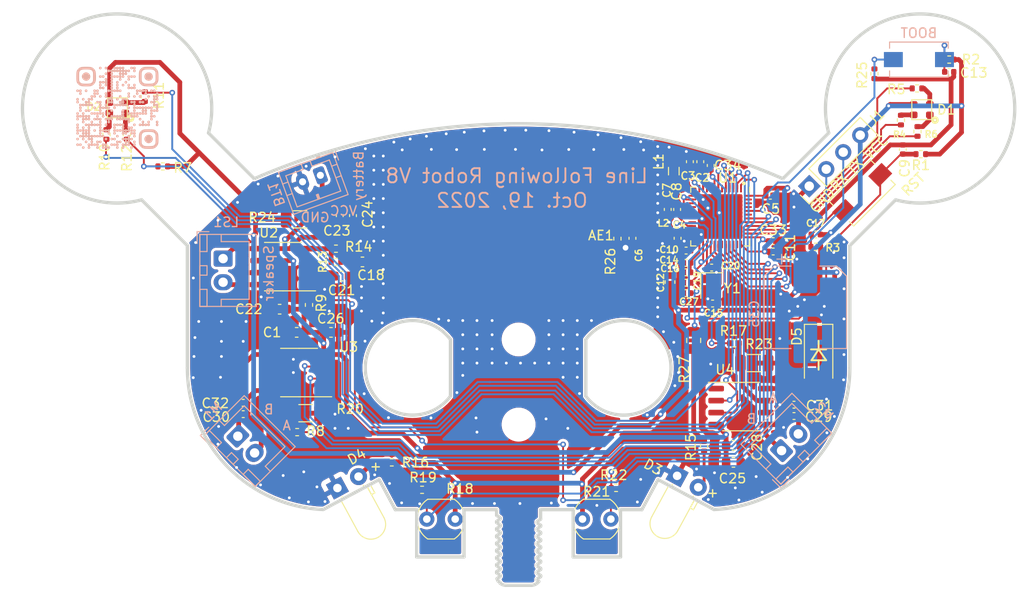
<source format=kicad_pcb>
(kicad_pcb (version 20211014) (generator pcbnew)
  (layers (0 "F.Cu" signal) (31 "B.Cu" signal) (34 "B.Paste" user) (35 "F.Paste" user) (36 "B.SilkS" user "B.Silkscreen") (37 "F.SilkS" user "F.Silkscreen") (38 "B.Mask" user) (39 "F.Mask" user) (44 "Edge.Cuts" user))
  (net 0 "")
  (net 1 "GND")
  (net 2 "/VDDCORE")
  (net 3 "/DCDC_OUT")
  (net 4 "/ANT")
  (net 5 "/XIN")
  (net 6 "/AVDD15")
  (net 7 "/XOUT")
  (net 8 "VCC")
  (net 9 "Net-(BOOT1-Pad2)")
  (net 10 "/AUDIO")
  (net 11 "Net-(C18-Pad2)")
  (net 12 "Net-(C21-Pad1)")
  (net 13 "Net-(D2-Pad1)")
  (net 14 "Net-(D2-Pad2)")
  (net 15 "Net-(D2-Pad4)")
  (net 16 "Net-(D3-Pad2)")
  (net 17 "Net-(D4-Pad2)")
  (net 18 "Net-(AE1-Pad1)")
  (net 19 "Net-(D1-Pad1)")
  (net 20 "Net-(D1-Pad2)")
  (net 21 "Net-(D1-Pad4)")
  (net 22 "Net-(C29-Pad2)")
  (net 23 "Net-(C29-Pad1)")
  (net 24 "Net-(LS1-Pad1)")
  (net 25 "Net-(LS1-Pad2)")
  (net 26 "Net-(C30-Pad2)")
  (net 27 "Net-(C30-Pad1)")
  (net 28 "/S_SD")
  (net 29 "/MC_1")
  (net 30 "/MC_2")
  (net 31 "/MOTOR2A")
  (net 32 "Net-(R13-Pad2)")
  (net 33 "/MOTOR1B")
  (net 34 "/P1")
  (net 35 "/MOTOR1A")
  (net 36 "/P2")
  (net 38 "/BOOT")
  (net 39 "Net-(C9-Pad1)")
  (net 40 "Net-(C17-Pad2)")
  (net 41 "/UART0_TXD")
  (net 42 "/UART0_RXD")
  (net 43 "Net-(L1-Pad2)")
  (net 44 "/LED1_B")
  (net 45 "/LED1_G")
  (net 46 "/LED1_R")
  (net 47 "/LED2_G")
  (net 48 "/LED2_R")
  (net 49 "/LED2_B")
  (net 63 "/MOTOR2B")
  (net 67 "/M_VCC")
  (net 68 "Net-(R20-Pad1)")
  (net 69 "Net-(R17-Pad2)")
  (net 70 "/VCC_LED")
  (footprint "Resistor_SMD:R_0402_1005Metric" (layer "F.Cu") (at 231.2 119.1 180)
    (fp_text reference "R3")
    (fp_text value "1K")
  )
  (footprint "Resistor_SMD:R_0402_1005Metric" (layer "F.Cu") (at 162.2 110.6 180)
    (fp_text reference "R7")
    (fp_text value "10K")
  )
  (footprint "Capacitor_SMD:C_0402_1005Metric" (layer "F.Cu") (at 217.5 121.8 180)
    (fp_text reference "C16")
    (fp_text value "2.2uF")
  )
  (footprint "Capacitor_SMD:C_0603_1608Metric" (layer "F.Cu") (at 181.1 122.2)
    (fp_text reference "C21")
    (fp_text value "1uF")
  )
  (footprint "Resistor_SMD:R_0402_1005Metric" (layer "F.Cu") (at 176.4 138.7 180)
    (fp_text reference "R8")
    (fp_text value "10K")
  )
  (footprint "LED_THT:LED_D3.0mm_Horizontal_O1.27mm_Z2.0mm" (layer "F.Cu") (at 216.549452 143.320894 -28.5)
    (fp_text reference "D3")
    (fp_text value "LED")
  )
  (footprint "Capacitor_SMD:C_0402_1005Metric" (layer "F.Cu") (at 245.3 100.6)
    (fp_text reference "C13")
    (fp_text value "100nF")
  )
  (footprint "Capacitor_SMD:C_0402_1005Metric" (layer "F.Cu") (at 211.83 118.2 -90)
    (fp_text reference "C6")
    (fp_text value "0.6pf NP0")
  )
  (footprint "Capacitor_SMD:C_0402_1005Metric" (layer "F.Cu") (at 217.5 120.8 180)
    (fp_text reference "C14")
    (fp_text value "10pF")
  )
  (footprint "Package_SO:SOP-8_3.9x4.9mm_P1.27mm" (layer "F.Cu") (at 174.9 121.2 180)
    (fp_text reference "U2")
    (fp_text value "FM8002A")
  )
  (footprint "Capacitor_SMD:C_0402_1005Metric" (layer "F.Cu") (at 217.9 110.1 90)
    (fp_text reference "C3")
    (fp_text value "2.2uF")
  )
  (footprint "Capacitor_SMD:C_0402_1005Metric" (layer "F.Cu") (at 219 110.1 90)
    (fp_text reference "C2")
    (fp_text value "2.2uF")
  )
  (footprint "Capacitor_SMD:C_0402_1005Metric" (layer "F.Cu") (at 170.7 136.8 180)
    (fp_text reference "C30")
    (fp_text value "100nF")
  )
  (footprint "Capacitor_SMD:C_0402_1005Metric" (layer "F.Cu") (at 228.9 137 180)
    (fp_text reference "C29")
    (fp_text value "100nF")
  )
  (footprint "Inductor_SMD:L_0402_1005Metric" (layer "F.Cu") (at 215.1 117.7 180)
    (fp_text reference "L2")
    (fp_text value "2.5nH")
  )
  (footprint "Package_SO:SOP-8_3.9x4.9mm_P1.27mm" (layer "F.Cu") (at 176.6 132.4 180)
    (fp_text reference "U3")
    (fp_text value "TC8301")
  )
  (footprint "Resistor_SMD:R_0805_2012Metric" (layer "F.Cu") (at 218.3 129 -90)
    (fp_text reference "R27")
    (fp_text value "100R")
  )
  (footprint "Package_DFN_QFN:QFN-48-1EP_6x6mm_P0.4mm_EP4.3x4.3mm" (layer "F.Cu") (at 221.1 115.9 -90)
    (fp_text reference "U1")
    (fp_text value "BL706C")
  )
  (footprint "Resistor_SMD:R_0402_1005Metric" (layer "F.Cu") (at 186.4 141.9 180)
    (fp_text reference "R16")
    (fp_text value "47R")
  )
  (footprint "Capacitor_SMD:C_0402_1005Metric" (layer "F.Cu") (at 240.4 108.81 90)
    (fp_text reference "C9")
    (fp_text value "100nF")
  )
  (footprint "Capacitor_SMD:C_0402_1005Metric" (layer "F.Cu") (at 180.9 115.8 -90)
    (fp_text reference "C23")
    (fp_text value "2.2uF")
  )
  (footprint "Capacitor_SMD:C_0402_1005Metric" (layer "F.Cu") (at 215.56 115.15 90)
    (fp_text reference "C7")
    (fp_text value "2.2uF")
  )
  (footprint "Resistor_SMD:R_0402_1005Metric" (layer "F.Cu") (at 180.5 120.7 180)
    (fp_text reference "R13")
    (fp_text value "20K")
  )
  (footprint "Capacitor_SMD:C_0603_1608Metric" (layer "F.Cu") (at 174.55 125.7 180)
    (fp_text reference "C22")
    (fp_text value "1uF")
  )
  (footprint "Button_Switch_SMD:SW_SPST_EVQPE1" (layer "F.Cu") (at 236.1 113.4 -135)
    (fp_text reference "RST")
    (fp_text value "SW_Push")
  )
  (footprint "Capacitor_SMD:C_0603_1608Metric" (layer "F.Cu") (at 222.5 140.1)
    (fp_text reference "C28")
    (fp_text value "10uF")
  )
  (footprint "LED_THT:LED_D3.0mm_Horizontal_O1.27mm_Z2.0mm" (layer "F.Cu") (at 180.653505 144.61379 28.5)
    (fp_text reference "D4")
    (fp_text value "LED")
  )
  (footprint "Capacitor_SMD:C_0603_1608Metric" (layer "F.Cu") (at 179.975 128.15)
    (fp_text reference "C26")
    (fp_text value "10uF")
  )
  (footprint "Capacitor_SMD:C_0402_1005Metric" (layer "F.Cu") (at 217.5 124 180)
    (fp_text reference "C27")
    (fp_text value "100nF")
  )
  (footprint "Resistor_SMD:R_0402_1005Metric" (layer "F.Cu") (at 222.6 129.3)
    (fp_text reference "R17")
    (fp_text value "10K")
  )
  (footprint "Resistor_SMD:R_0402_1005Metric" (layer "F.Cu") (at 242.3 109.3 180)
    (fp_text reference "R1")
    (fp_text value "100K")
  )
  (footprint "Capacitor_SMD:C_0603_1608Metric" (layer "F.Cu") (at 222.5 141.9)
    (fp_text reference "C25")
    (fp_text value "10uF")
  )
  (footprint "Resistor_SMD:R_0402_1005Metric" (layer "F.Cu") (at 210.24 118.24 -90)
    (fp_text reference "R26")
    (fp_text value "3k0")
  )
  (footprint "Inductor_SMD:L_0805_2012Metric" (layer "F.Cu") (at 216.2 111.1 -90)
    (fp_text reference "L1")
    (fp_text value "2.2uH")
  )
  (footprint "USB A SMD PAD:FM-B2020RGBA-HG" (layer "F.Cu") (at 157.4 104.4 180)
    (fp_text reference "D2")
    (fp_text value "LED_RGBA")
  )
  (footprint "Capacitor_SMD:C_0402_1005Metric" (layer "F.Cu") (at 226.4 113.7 180)
    (fp_text reference "C5")
    (fp_text value "2.2uF")
  )
  (footprint "Resistor_SMD:R_0402_1005Metric" (layer "F.Cu") (at 156.25 107.22 -90)
    (fp_text reference "R10")
    (fp_text value "1K")
  )
  (footprint "Resistor_SMD:R_0402_1005Metric" (layer "F.Cu") (at 177.65 125.25 90)
    (fp_text reference "R9")
    (fp_text value "10K")
  )
  (footprint "Capacitor_SMD:C_0402_1005Metric" (layer "F.Cu") (at 220.3 125.1 180)
    (fp_text reference "C15")
    (fp_text value "12pF")
  )
  (footprint "Resistor_SMD:R_1206_3216Metric" (layer "F.Cu") (at 177.3 136.7)
    (fp_text reference "R20")
    (fp_text value "1R")
  )
  (footprint "Capacitor_SMD:C_0603_1608Metric" (layer "F.Cu") (at 183.3 120.7 180)
    (fp_text reference "C18")
    (fp_text value "0.39uF")
  )
  (footprint "Resistor_SMD:R_1206_3216Metric" (layer "F.Cu") (at 176.7 116.2 180)
    (fp_text reference "R24")
    (fp_text value "3R")
  )
  (footprint "Crystal:Crystal_SMD_2016-4Pin_2.0x1.6mm" (layer "F.Cu") (at 220.2 123.2 -90)
    (fp_text reference "Y1")
    (fp_text value "32MHz")
  )
  (footprint "Resistor_SMD:R_0402_1005Metric" (layer "F.Cu") (at 240.2 105.7 -90)
    (fp_text reference "R4")
    (fp_text value "1K")
  )
  (footprint "Capacitor_SMD:C_0402_1005Metric" (layer "F.Cu") (at 228.9 135.8 180)
    (fp_text reference "C31")
    (fp_text value "100nF")
  )
  (footprint "Diode_SMD:D_MELF" (layer "F.Cu") (at 231.5 130.6 -90)
    (fp_text reference "D5")
    (fp_text value "ZM4728A")
  )
  (footprint "Capacitor_SMD:C_0603_1608Metric" (layer "F.Cu") (at 215.8 122.83 -90)
    (fp_text reference "C12")
    (fp_text value "10uF")
  )
  (footprint "Resistor_SMD:R_0402_1005Metric" (layer "F.Cu") (at 160.3 103.22 90)
    (fp_text reference "R11")
    (fp_text value "1K")
  )
  (footprint "OptoDevice:R_LDR_5.0x4.1mm_P3mm_Vertical" (layer "F.Cu") (at 193.1 147.9 180)
    (fp_text reference "R18")
    (fp_text value "GL5516")
  )
  (footprint "Resistor_SMD:R_0402_1005Metric" (layer "F.Cu") (at 189.6 144.8 180)
    (fp_text reference "R19")
    (fp_text value "10K")
  )
  (footprint "USB A SMD PAD:FM-B2020RGBA-HG" (layer "F.Cu") (at 242.4 104.6 180)
    (fp_text reference "D1")
    (fp_text value "LED_RGBA")
  )
  (footprint "Capacitor_SMD:C_0402_1005Metric" (layer "F.Cu") (at 226.7 118.5)
    (fp_text reference "C33")
    (fp_text value "1uF")
  )
  (footprint "Resistor_SMD:R_0402_1005Metric" (layer "F.Cu") (at 219.4 140.2 -90)
    (fp_text reference "R15")
    (fp_text value "47R")
  )
  (footprint "Resistor_SMD:R_0402_1005Metric" (layer "F.Cu") (at 210.1 144.6)
    (fp_text reference "R22")
    (fp_text value "10K")
  )
  (footprint "MountingHole:MountingHole_3mm" (layer "F.Cu") (at 199.8 137.9 90)
    (fp_text reference "H2")
    (fp_text value "MountingHole")
  )
  (footprint "Capacitor_SMD:C_0603_1608Metric" (layer "F.Cu") (at 176.35 128.15 180)
    (fp_text reference "C1")
    (fp_text value "10uF")
  )
  (footprint "Resistor_SMD:R_0402_1005Metric" (layer "F.Cu") (at 241.95 106.9 -90)
    (fp_text reference "R6")
    (fp_text value "1K")
  )
  (footprint "Capacitor_SMD:C_0402_1005Metric" (layer "F.Cu") (at 231.2 117.8 180)
    (fp_text reference "C17")
    (fp_text value "100nF")
  )
  (footprint "Resistor_SMD:R_0402_1005Metric" (layer "F.Cu") (at 237.4 100.8 90)
    (fp_text reference "R25")
    (fp_text value "47K")
  )
  (footprint "Capacitor_SMD:C_0402_1005Metric" (layer "F.Cu") (at 217.5 119.5 180)
    (fp_text reference "C10")
    (fp_text value "10pF")
  )
  (footprint "Resistor_SMD:R_0402_1005Metric" (layer "F.Cu") (at 180.5 119.3 180)
    (fp_text reference "R14")
    (fp_text value "20K")
  )
  (footprint "Capacitor_SMD:C_0402_1005Metric" (layer "F.Cu") (at 220.2 121.3)
    (fp_text reference "C20")
    (fp_text value "12pF")
  )
  (footprint "Capacitor_SMD:C_0402_1005Metric" (layer "F.Cu") (at 217.5 122.9 180)
    (fp_text reference "C19")
    (fp_text value "10pF")
  )
  (footprint "OptoDevice:R_LDR_5.0x4.1mm_P3mm_Vertical" (layer "F.Cu") (at 206.55 147.9)
    (fp_text reference "R21")
    (fp_text value "GL5516")
  )
  (footprint "Capacitor_SMD:C_0402_1005Metric" (layer "F.Cu") (at 220.1 110.5 90)
    (fp_text reference "C34")
    (fp_text value "1uF")
  )
  (footprint "Capacitor_SMD:C_0402_1005Metric" (layer "F.Cu") (at 216.6 118.2 -90)
    (fp_text reference "C4")
    (fp_text value "4.8pf NP0")
  )
  (footprint "Capacitor_SMD:C_0402_1005Metric" (layer "F.Cu") (at 216.55 115.15 90)
    (fp_text reference "C8")
    (fp_text value "2.2uF")
  )
  (footprint "Capacitor_SMD:C_0402_1005Metric" (layer "F.Cu") (at 170.7 135.6 180)
    (fp_text reference "C32")
    (fp_text value "100nF")
  )
  (footprint "Capacitor_SMD:C_0402_1005Metric" (layer "F.Cu") (at 226.7 119.6 180)
    (fp_text reference "C11")
    (fp_text value "2.2uF")
  )
  (footprint "Capacitor_SMD:C_0402_1005Metric" (layer "F.Cu") (at 182.3 115.8 -90)
    (fp_text reference "C24")
    (fp_text value "100nF")
  )
  (footprint "Resistor_SMD:R_0402_1005Metric" (layer "F.Cu") (at 245.3 99.3)
    (fp_text reference "R2")
    (fp_text value "1K")
  )
  (footprint "Connector_PinHeader_2.54mm:PinHeader_1x04_P2.54mm_Vertical" (layer "F.Cu") (at 230.512994 112.687006 135)
    (fp_text reference "J1")
    (fp_text value "Conn_01x04_Male")
  )
  (footprint "Resistor_SMD:R_0402_1005Metric" (layer "F.Cu") (at 158.4 107.22 -90)
    (fp_text reference "R12")
    (fp_text value "1K")
  )
  (footprint "Resistor_SMD:R_1206_3216Metric" (layer "F.Cu") (at 224.7 131.4)
    (fp_text reference "R23")
    (fp_text value "1R")
  )
  (footprint "Resistor_SMD:R_0402_1005Metric" (layer "F.Cu") (at 241.9 102.35 180)
    (fp_text reference "R5")
    (fp_text value "1K")
  )
  (footprint "Package_SO:SOP-8_3.9x4.9mm_P1.27mm" (layer "F.Cu") (at 223.3 136)
    (fp_text reference "U4")
    (fp_text value "TC8301")
  )
  (footprint "MountingHole:MountingHole_3mm" (layer "F.Cu") (at 199.8 128.9 90)
    (fp_text reference "H1")
    (fp_text value "MountingHole")
  )
  (footprint "USB A SMD PAD:BLE_2437_LOOP_2" (layer "F.Cu") (at 211.1 118.2)
    (fp_text reference "AE1")
    (fp_text value "Antenna_Loop")
  )
  (footprint "Capacitor_SMD:CP_Elec_8x10.5" (layer "B.Cu") (at 230.1 125.5 -90)
    (fp_text reference "C35")
    (fp_text value "1000uF")
  )
  (footprint "Button_Switch_SMD:SW_SPST_EVQPE1" (layer "B.Cu") (at 242.1 99.3)
    (fp_text reference "BOOT")
    (fp_text value "SW_Push")
  )
  (footprint "Connector_JST:JST_XH_B2B-XH-A_1x02_P2.50mm_Vertical" (layer "B.Cu") (at 168.575 120.35 -90)
    (fp_text reference "LS1")
    (fp_text value "Speaker")
  )
  (footprint "Connector_JST:JST_PH_B2B-PH-K_1x02_P2.00mm_Vertical" (layer "B.Cu") (at 178.851582 111.541149 -160)
    (fp_text reference "BT1")
    (fp_text value "Battery")
  )
  (footprint "Connector_JST:JST_XH_B2B-XH-A_1x02_P2.50mm_Vertical" (layer "B.Cu") (at 170.132233 139.132233 -45)
    (fp_text reference "M1")
    (fp_text value "Conn_01x02_Male")
  )
  (footprint "LOGO" (layer "B.Cu") (at 157.4 104.4 180)
    (fp_text reference "G***")
    (fp_text value "LOGO" hide)
  )
  (footprint "Connector_JST:JST_XH_B2B-XH-A_1x02_P2.50mm_Vertical" (layer "B.Cu") (at 227.587348 140.655115 45)
    (fp_text reference "M2")
    (fp_text value "Conn_01x02_Male")
  )
  (gr_line (start 205.570004 146.9) (end 202.124997 146.9) (layer "Edge.Cuts") (width 0.35))
  (gr_line (start 197.850003 153.967429) (end 197.850003 153.842581) (layer "Edge.Cuts") (width 0.35))
  (gr_line (start 202.124997 153.870001) (end 201.749997 153.607428) (layer "Edge.Cuts") (width 0.35))
  (gr_line (start 197.475003 152.819998) (end 197.850003 153.082572) (layer "Edge.Cuts") (width 0.35))
  (gr_line (start 202.124997 150.069998) (end 201.749997 149.807425) (layer "Edge.Cuts") (width 0.35))
  (gr_line (start 186.772778 146.9) (end 189.029995 146.9) (layer "Edge.Cuts") (width 0.35))
  (gr_line (start 197.850003 150.167426) (end 197.850003 150.042578) (layer "Edge.Cuts") (width 0.35))
  (gr_line (start 202.124997 153.110007) (end 202.124997 153.220008) (layer "Edge.Cuts") (width 0.35))
  (gr_line (start 197.475003 153.579993) (end 197.475003 153.470008) (layer "Edge.Cuts") (width 0.35))
  (gr_line (start 197.475003 148.260001) (end 197.475003 148.15) (layer "Edge.Cuts") (width 0.35))
  (gr_line (start 210.570004 151.9) (end 210.570004 146.9) (layer "Edge.Cuts") (width 0.35))
  (gr_line (start 202.124997 152.349997) (end 202.124997 152.459998) (layer "Edge.Cuts") (width 0.35))
  (gr_line (start 197.475003 152.819998) (end 197.475003 152.709998) (layer "Edge.Cuts") (width 0.35))
  (gr_line (start 159.961789 114.132849) (end 164.8 118.971076) (layer "Edge.Cuts") (width 0.35))
  (gr_line (start 202.124997 153.110007) (end 201.749997 152.847418) (layer "Edge.Cuts") (width 0.35))
  (gr_line (start 202.124997 153.220008) (end 201.749997 153.482581) (layer "Edge.Cuts") (width 0.35))
  (gr_line (start 202.124997 150.829993) (end 202.124997 150.939994) (layer "Edge.Cuts") (width 0.35))
  (gr_line (start 202.124997 147.9) (end 201.749997 148.162573) (layer "Edge.Cuts") (width 0.35))
  (gr_line (start 197.850003 149.407416) (end 197.850003 149.282584) (layer "Edge.Cuts") (width 0.35))
  (gr_line (start 197.475003 149.780005) (end 197.475003 149.670005) (layer "Edge.Cuts") (width 0.35))
  (gr_line (start 202.124997 150.829993) (end 201.749997 150.56742) (layer "Edge.Cuts") (width 0.35))
  (gr_line (start 239.638211 114.132849) (end 234.8 118.971076) (layer "Edge.Cuts") (width 0.35))
  (gr_line (start 202.124997 152.349997) (end 201.749997 152.087424) (layer "Edge.Cuts") (width 0.35))
  (gr_line (start 167.032849 107.061789) (end 171.87106 111.9) (layer "Edge.Cuts") (width 0.35))
  (gr_line (start 164.8 131.899999) (end 164.8 118.971075) (layer "Edge.Cuts") (width 0.35))
  (gr_line (start 197.475003 148.260001) (end 197.850003 148.522574) (layer "Edge.Cuts") (width 0.35))
  (gr_line (start 202.124997 149.310004) (end 202.124997 149.420005) (layer "Edge.Cuts") (width 0.35))
  (gr_line (start 202.124997 148.549994) (end 201.749997 148.287421) (layer "Edge.Cuts") (width 0.35))
  (gr_line (start 205.570004 151.9) (end 210.570004 151.9) (layer "Edge.Cuts") (width 0.35))
  (gr_line (start 197.520474 154.198157) (end 197.850003 153.967429) (layer "Edge.Cuts") (width 0.35))
  (gr_line (start 201.749997 154.242575) (end 201.749997 154.367423) (layer "Edge.Cuts") (width 0.35))
  (gr_line (start 201.749997 153.482581) (end 201.749997 153.607428) (layer "Edge.Cuts") (width 0.35))
  (gr_line (start 192.6 134.9) (end 192.6 128.9) (layer "Edge.Cuts") (width 0.35))
  (gr_arc (start 171.871068 111.899997) (mid 199.800001 106.087027) (end 227.728934 111.899998) (layer "Edge.Cuts") (width 0.35))
  (gr_line (start 197.850003 152.447425) (end 197.850003 152.322577) (layer "Edge.Cuts") (width 0.35))
  (gr_line (start 202.124997 151.590003) (end 202.124997 151.700003) (layer "Edge.Cuts") (width 0.35))
  (gr_line (start 197.475003 153.579993) (end 197.850003 153.842581) (layer "Edge.Cuts") (width 0.35))
  (gr_line (start 197.475003 151.299994) (end 197.475003 151.189994) (layer "Edge.Cuts") (width 0.35))
  (gr_line (start 201.749997 151.962577) (end 201.749997 152.087424) (layer "Edge.Cuts") (width 0.35))
  (gr_arc (start 232.567149 107.061784) (mid 249.297474 97.402525) (end 239.638217 114.132851) (layer "Edge.Cuts") (width 0.35))
  (gr_line (start 197.475003 147.500006) (end 197.850003 147.76258) (layer "Edge.Cuts") (width 0.35))
  (gr_line (start 202.124997 152.459998) (end 201.749997 152.722571) (layer "Edge.Cuts") (width 0.35))
  (gr_line (start 202.124997 146.9) (end 202.124997 147.9) (layer "Edge.Cuts") (width 0.35))
  (gr_line (start 202.124997 153.870001) (end 202.124997 153.9) (layer "Edge.Cuts") (width 0.35))
  (gr_line (start 202.124997 151.700003) (end 201.749997 151.962577) (layer "Edge.Cuts") (width 0.35))
  (gr_line (start 197.850003 147.887427) (end 197.850003 147.76258) (layer "Edge.Cuts") (width 0.35))
  (gr_arc (start 206.899995 128.9) (mid 215.905206 131.9) (end 206.899995 134.9) (layer "Edge.Cuts") (width 0.35))
  (gr_line (start 197.475003 149.019995) (end 197.850003 149.282584) (layer "Edge.Cuts") (width 0.35))
  (gr_line (start 197.850003 148.647422) (end 197.850003 148.522574) (layer "Edge.Cuts") (width 0.35))
  (gr_line (start 197.475003 152.060004) (end 197.475003 151.950003) (layer "Edge.Cuts") (width 0.35))
  (gr_line (start 197.475003 151.299994) (end 197.850003 151.562583) (layer "Edge.Cuts") (width 0.35))
  (gr_line (start 197.850003 150.92742) (end 197.850003 150.802573) (layer "Edge.Cuts") (width 0.35))
  (gr_line (start 202.124997 148.659995) (end 201.749997 148.922583) (layer "Edge.Cuts") (width 0.35))
  (gr_line (start 197.475003 152.709998) (end 197.850003 152.447425) (layer "Edge.Cuts") (width 0.35))
  (gr_arc (start 201.929907 154.493397) (mid 201.575887 154.79258) (end 201.124997 154.9) (layer "Edge.Cuts") (width 0.35))
  (gr_line (start 197.850003 151.687415) (end 197.850003 151.562583) (layer "Edge.Cuts") (width 0.35))
  (gr_line (start 201.124997 154.9) (end 198.475003 154.9) (layer "Edge.Cuts") (width 0.35))
  (gr_line (start 197.475003 153.470008) (end 197.850003 153.207419) (layer "Edge.Cuts") (width 0.35))
  (gr_line (start 197.475003 150.54) (end 197.850003 150.802573) (layer "Edge.Cuts") (width 0.35))
  (gr_line (start 201.929913 154.493399) (end 201.749997 154.367423) (layer "Edge.Cuts") (width 0.35))
  (gr_line (start 197.475003 152.060004) (end 197.850003 152.322577) (layer "Edge.Cuts") (width 0.35))
  (gr_line (start 202.124997 149.420005) (end 201.749997 149.682578) (layer "Edge.Cuts") (width 0.35))
  (gr_arc (start 234.8 131.9) (mid 230.631266 142.277075) (end 220.442176 146.886247) (layer "Edge.Cuts") (width 0.35))
  (gr_line (start 201.749997 150.442572) (end 201.749997 150.56742) (layer "Edge.Cuts") (width 0.35))
  (gr_line (start 197.475003 150.429999) (end 197.850003 150.167426) (layer "Edge.Cuts") (width 0.35))
  (gr_arc (start 179.157823 146.886247) (mid 168.968733 142.277074) (end 164.8 131.899999) (layer "Edge.Cuts") (width 0.35))
  (gr_line (start 201.749997 148.162573) (end 201.749997 148.287421) (layer "Edge.Cuts") (width 0.35))
  (gr_line (start 186.772778 146.9) (end 185.071026 143.720923) (layer "Edge.Cuts") (width 0.35))
  (gr_line (start 197.475003 149.670005) (end 197.850003 149.407416) (layer "Edge.Cuts") (width 0.35))
  (gr_line (start 197.475003 151.950003) (end 197.850003 151.687415) (layer "Edge.Cuts") (width 0.35))
  (gr_line (start 197.475003 149.780005) (end 197.850003 150.042578) (layer "Edge.Cuts") (width 0.35))
  (gr_line (start 232.567151 107.061789) (end 227.72894 111.9) (layer "Edge.Cuts") (width 0.35))
  (gr_arc (start 202.124997 153.9) (mid 202.124147 153.941225) (end 202.121598 153.98238) (layer "Edge.Cuts") (width 0.35))
  (gr_line (start 202.124997 151.590003) (end 201.749997 151.327429) (layer "Edge.Cuts") (width 0.35))
  (gr_line (start 202.124997 150.179999) (end 201.749997 150.442572) (layer "Edge.Cuts") (width 0.35))
  (gr_line (start 202.124997 150.069998) (end 202.124997 150.179999) (layer "Edge.Cuts") (width 0.35))
  (gr_arc (start 197.646627 154.460172) (mid 197.573981 154.333772) (end 197.520485 154.198153) (layer "Edge.Cuts") (width 0.35))
  (gr_line (start 202.121594 153.982382) (end 201.749997 154.242575) (layer "Edge.Cuts") (width 0.35))
  (gr_line (start 197.850003 154.680625) (end 197.850003 154.602576) (layer "Edge.Cuts") (width 0.35))
  (gr_line (start 201.749997 148.922583) (end 201.749997 149.047415) (layer "Edge.Cuts") (width 0.35))
  (gr_line (start 214.528973 143.720923) (end 220.442181 146.886252) (layer "Edge.Cuts") (width 0.35))
  (gr_line (start 201.749997 149.682578) (end 201.749997 149.807425) (layer "Edge.Cuts") (width 0.35))
  (gr_line (start 212.827221 146.9) (end 210.570004 146.9) (layer "Edge.Cuts") (width 0.35))
  (gr_line (start 185.071026 143.720923) (end 179.157818 146.886252) (layer "Edge.Cuts") (width 0.35))
  (gr_line (start 197.646618 154.460166) (end 197.850003 154.602576) (layer "Edge.Cuts") (width 0.35))
  (gr_line (start 197.475003 150.54) (end 197.475003 150.429999) (layer "Edge.Cuts") (width 0.35))
  (gr_line (start 202.124997 150.939994) (end 201.749997 151.202582) (layer "Edge.Cuts") (width 0.35))
  (gr_line (start 194.029995 146.9) (end 197.475003 146.9) (layer "Edge.Cuts") (width 0.35))
  (gr_line (start 197.475003 148.15) (end 197.850003 147.887427) (layer "Edge.Cuts") (width 0.35))
  (gr_line (start 197.475003 147.500006) (end 197.475003 146.9) (layer "Edge.Cuts") (width 0.35))
  (gr_arc (start 198.475003 154.9) (mid 198.143812 154.843564) (end 197.850003 154.680625) (layer "Edge.Cuts") (width 0.35))
  (gr_line (start 234.8 131.9) (end 234.8 118.971076) (layer "Edge.Cuts") (width 0.35))
  (gr_line (start 202.124997 149.310004) (end 201.749997 149.047415) (layer "Edge.Cuts") (width 0.35))
  (gr_line (start 197.475003 151.189994) (end 197.850003 150.92742) (layer "Edge.Cuts") (width 0.35))
  (gr_line (start 202.124997 148.549994) (end 202.124997 148.659995) (layer "Edge.Cuts") (width 0.35))
  (gr_line (start 197.850003 153.207419) (end 197.850003 153.082572) (layer "Edge.Cuts") (width 0.35))
  (gr_line (start 197.475003 149.019995) (end 197.475003 148.909995) (layer "Edge.Cuts") (width 0.35))
  (gr_arc (start 192.6 134.9) (mid 183.594789 131.9) (end 192.6 128.9) (layer "Edge.Cuts") (width 0.35))
  (gr_line (start 205.570004 146.9) (end 205.570004 151.9) (layer "Edge.Cuts") (width 0.35))
  (gr_line (start 206.899995 134.9) (end 206.899995 128.9) (layer "Edge.Cuts") (width 0.35))
  (gr_line (start 212.827221 146.9) (end 214.528973 143.720923) (layer "Edge.Cuts") (width 0.35))
  (gr_arc (start 159.961784 114.132851) (mid 150.302525 97.402526) (end 167.032851 107.061783) (layer "Edge.Cuts") (width 0.35))
  (gr_line (start 194.029995 151.9) (end 189.029995 151.9) (layer "Edge.Cuts") (width 0.35))
  (gr_line (start 201.749997 151.202582) (end 201.749997 151.327429) (layer "Edge.Cuts") (width 0.35))
  (gr_line (start 197.475003 148.909995) (end 197.850003 148.647422) (layer "Edge.Cuts") (width 0.35))
  (gr_line (start 189.029995 151.9) (end 189.029995 146.9) (layer "Edge.Cuts") (width 0.35))
  (gr_line (start 201.749997 152.722571) (end 201.749997 152.847418) (layer "Edge.Cuts") (width 0.35))
  (gr_line (start 194.029995 146.9) (end 194.029995 151.9) (layer "Edge.Cuts") (width 0.35))
  (gr_text "A" (at 226.7 135.1) (layer "B.SilkS") (effects (font (size 1 1)) (justify mirror)))
  (gr_text "Battery" (at 182.9 111.6 90) (layer "B.SilkS") (effects (font (size 1 1)) (justify mirror)))
  (gr_text "Line Following Robot V8" (at 199.6 111.6) (layer "B.SilkS") (effects (font (size 1.5 1.5) (thickness 0.2)) (justify mirror)))
  (gr_text "Oct. 19, 2022" (at 199.1 114.2) (layer "B.SilkS") (effects (font (size 1.5 1.5) (thickness 0.2)) (justify mirror)))
  (gr_text "B" (at 224.4 137.3) (layer "B.SilkS") (effects (font (size 1 1)) (justify mirror)))
  (gr_text "Speaker" (at 173.4 121.9 90) (layer "B.SilkS") (effects (font (size 1 1)) (justify mirror)))
  (gr_text "GND" (at 178.3 116) (layer "B.SilkS") (effects (font (size 1 1)) (justify mirror)))
  (gr_text "B" (at 173.4 136.3) (layer "B.SilkS") (effects (font (size 1 1)) (justify mirror)))
  (gr_text "A" (at 175.3 138) (layer "B.SilkS") (effects (font (size 1 1)) (justify mirror)))
  (gr_text "VCC" (at 181.3 115.3) (layer "B.SilkS") (effects (font (size 1 1)) (justify mirror)))
  (gr_text "RX" (at 233.7 112.3 45) (layer "F.SilkS") (effects (font (size 1 1))))
  (gr_text "VCC" (at 237.6 108.6 45) (layer "F.SilkS") (effects (font (size 1 1))))
  (gr_text "+" (at 220.3 145.1) (layer "F.SilkS") (effects (font (size 1 1))))
  (gr_text "GND" (at 231.9 114.2 45) (layer "F.SilkS") (effects (font (size 1 1))))
  (gr_text "+" (at 184.7 142.3) (layer "F.SilkS") (effects (font (size 1 1))))
  (gr_text "TX" (at 235.4 110.6 45) (layer "F.SilkS") (effects (font (size 1 1))))
  (segment (start 245.54048 101.35952) (end 245.78 101.12) (width 0.5) (layer "F.Cu") (net 1))
  (segment (start 240.4 108.33) (end 239.07 108.33) (width 0.5) (layer "F.Cu") (net 1))
  (segment (start 228.9 114.3) (end 230.512994 112.687006) (width 0.5) (layer "F.Cu") (net 1))
  (segment (start 237.4 101.31) (end 237.44952 101.35952) (width 0.5) (layer "F.Cu") (net 1))
  (segment (start 217.9 109.62) (end 217.52 109.62) (width 0.3) (layer "F.Cu") (net 1))
  (segment (start 245.78 101.12) (end 245.5 101.4) (width 0.5) (layer "F.Cu") (net 1))
  (segment (start 217.52 109.62) (end 216.8 108.9) (width 0.3) (layer "F.Cu") (net 1))
  (segment (start 211.83 118.68) (end 211.62 118.68) (width 0.5) (layer "F.Cu") (net 1))
  (segment (start 228.9 114.9) (end 228.9 114.3) (width 0.5) (layer "F.Cu") (net 1))
  (segment (start 214.93 118.68) (end 215 118.75) (width 0.5) (layer "F.Cu") (net 1))
  (segment (start 216.8 108.9) (end 214.9 108.9) (width 0.3) (layer "F.Cu") (net 1))
  (segment (start 245.5 101.4) (end 245.5 106.2) (width 0.5) (layer "F.Cu") (net 1))
  (segment (start 219.9 124.98) (end 217.28 124.98) (width 0.5) (layer "F.Cu") (net 1))
  (segment (start 210.65 118.75) (end 211.1 119.2) (width 0.5) (layer "F.Cu") (net 1))
  (segment (start 211.62 118.68) (end 211.1 119.2) (width 0.5) (layer "F.Cu") (net 1))
  (segment (start 243.37 108.33) (end 240.4 108.33) (width 0.5) (layer "F.Cu") (net 1))
  (segment (start 214.9 108.9) (end 214.5 108.5) (width 0.3) (layer "F.Cu") (net 1))
  (segment (start 245.78 101.12) (end 245.78 100.6) (width 0.5) (layer "F.Cu") (net 1))
  (segment (start 245.5 106.2) (end 243.37 108.33) (width 0.5) (layer "F.Cu") (net 1))
  (segment (start 217.28 124.98) (end 217.2 124.9) (width 0.5) (layer "F.Cu") (net 1))
  (segment (start 239.07 108.33) (end 230.9 116.5) (width 0.5) (layer "F.Cu") (net 1))
  (segment (start 237.44952 101.35952) (end 245.54048 101.35952) (width 0.5) (layer "F.Cu") (net 1))
  (segment (start 210.24 118.75) (end 210.65 118.75) (width 0.5) (layer "F.Cu") (net 1))
  (segment (start 211.83 118.68) (end 214.93 118.68) (width 0.78) (layer "F.Cu") (net 1))
  (segment (start 211.75 118.7) (end 211.23 119.22) (width 0.25) (layer "F.Cu") (net 1))
  (via (at 214.5 114.5) (size 0.6) (drill 0.3) (layers "F.Cu" "B.Cu") (net 1))
  (via (at 232.38 138.77) (size 0.6) (drill 0.3) (layers "F.Cu" "B.Cu") (net 1))
  (via (at 202.27 108.86) (size 0.6) (drill 0.3) (layers "F.Cu" "B.Cu") (net 1))
  (via (at 234.19 118.59) (size 0.6) (drill 0.3) (layers "F.Cu" "B.Cu") (net 1))
  (via (at 185.5 115.5) (size 0.6) (drill 0.3) (layers "F.Cu" "B.Cu") (net 1))
  (via (at 186.05 137.17) (size 0.6) (drill 0.3) (layers "F.Cu" "B.Cu") (net 1))
  (via (at 219.176089 116.123911) (size 0.6) (drill 0.3) (layers "F.Cu" "B.Cu") (net 1))
  (via (at 185.5 123) (size 0.6) (drill 0.3) (layers "F.Cu" "B.Cu") (net 1))
  (via (at 168.4 129.1) (size 0.6) (drill 0.3) (layers "F.Cu" "B.Cu") (net 1))
  (via (at 166 127) (size 0.6) (drill 0.3) (layers "F.Cu" "B.Cu") (net 1))
  (via (at 202.7 137.3) (size 0.6) (drill 0.3) (layers "F.Cu" "B.Cu") (net 1))
  (via (at 189.35 146.28) (size 0.6) (drill 0.3) (layers "F.Cu" "B.Cu") (net 1))
  (via (at 177.1 142.9) (size 0.6) (drill 0.3) (layers "F.Cu" "B.Cu") (net 1))
  (via (at 171 127) (size 0.6) (drill 0.3) (layers "F.Cu" "B.Cu") (net 1))
  (via (at 197.25 146.25) (size 0.6) (drill 0.3) (layers "F.Cu" "B.Cu") (net 1))
  (via (at 168.03 139.97) (size 0.6) (drill 0.3) (layers "F.Cu" "B.Cu") (net 1))
  (via (at 219.1 117.8) (size 0.6) (drill 0.3) (layers "F.Cu" "B.Cu") (net 1))
  (via (at 215.7 108.57) (size 0.6) (drill 0.3) (layers "F.Cu" "B.Cu") (net 1))
  (via (at 185.5 124.5) (size 0.6) (drill 0.3) (layers "F.Cu" "B.Cu") (net 1))
  (via (at 206.24 134.62) (size 0.6) (drill 0.3) (layers "F.Cu" "B.Cu") (net 1))
  (via (at 234.14 133.17) (size 0.6) (drill 0.3) (layers "F.Cu" "B.Cu") (net 1))
  (via (at 214.5 121.5) (size 0.6) (drill 0.3) (layers "F.Cu" "B.Cu") (net 1))
  (via (at 199.47 108.8) (size 0.6) (drill 0.3) (layers "F.Cu" "B.Cu") (net 1))
  (via (at 180.4 136.8) (size 0.6) (drill 0.3) (layers "F.Cu" "B.Cu") (net 1))
  (via (at 214.5 111.5) (size 0.6) (drill 0.3) (layers "F.Cu" "B.Cu") (net 1))
  (via (at 196.14 106.84) (size 0.6) (drill 0.3) (layers "F.Cu" "B.Cu") (net 1))
  (via (at 180.4 138.3) (size 0.6) (drill 0.3) (layers "F.Cu" "B.Cu") (net 1))
  (via (at 165.67 118.65) (size 0.6) (drill 0.3) (layers "F.Cu" "B.Cu") (net 1))
  (via (at 219.84 145.83) (size 0.6) (drill 0.3) (layers "F.Cu" "B.Cu") (net 1))
  (via (at 183.61 108.73) (size 0.6) (drill 0.3) (layers "F.Cu" "B.Cu") (net 1))
  (via (at 214.5 115.5) (size 0.6) (drill 0.3) (layers "F.Cu" "B.Cu") (net 1))
  (via (at 224.9 143.4) (size 0.6) (drill 0.3) (layers "F.Cu" "B.Cu") (net 1))
  (via (at 215.7 116.5) (size 0.6) (drill 0.3) (layers "F.Cu" "B.Cu") (net 1))
  (via (at 214.5 119.5) (size 0.6) (drill 0.3) (layers "F.Cu" "B.Cu") (net 1))
  (via (at 214.5 124.5) (size 0.6) (drill 0.3) (layers "F.Cu" "B.Cu") (net 1))
  (via (at 190.54 137.19) (size 0.6) (drill 0.3) (layers "F.Cu" "B.Cu") (net 1))
  (via (at 214.5 108.5) (size 0.6) (drill 0.3) (layers "F.Cu" "B.Cu") (net 1))
  (via (at 234.19 120.26) (size 0.6) (drill 0.3) (layers "F.Cu" "B.Cu") (net 1))
  (via (at 208.07 146.45) (size 0.6) (drill 0.3) (layers "F.Cu" "B.Cu") (net 1))
  (via (at 204.5 129.9) (size 0.6) (drill 0.3) (layers "F.Cu" "B.Cu") (net 1))
  (via (at 170 142.44) (size 0.6) (drill 0.3) (layers "F.Cu" "B.Cu") (net 1))
  (via (at 229.3 125.4) (size 0.6) (drill 0.3) (layers "F.Cu" "B.Cu") (net 1))
  (via (at 213.39 136.88) (size 0.6) (drill 0.3) (layers "F.Cu" "B.Cu") (net 1))
  (via (at 203 128.4) (size 0.6) (drill 0.3) (layers "F.Cu" "B.Cu") (net 1))
  (via (at 214.5 122.5) (size 0.6) (drill 0.3) (layers "F.Cu" "B.Cu") (net 1))
  (via (at 185.5 121.5) (size 0.6) (drill 0.3) (layers "F.Cu" "B.Cu") (net 1))
  (via (at 191.36 126.75) (size 0.6) (drill 0.3) (layers "F.Cu" "B.Cu") (net 1))
  (via (at 221.00386 115.5) (size 0.6) (drill 0.3) (layers "F.Cu" "B.Cu") (net 1))
  (via (at 187.5 108.85) (size 0.6) (drill 0.3) (layers "F.Cu" "B.Cu") (net 1))
  (via (at 231.1 135.5) (size 0.6) (drill 0.3) (layers "F.Cu" "B.Cu") (net 1))
  (via (at 198.38 106.77) (size 0.6) (drill 0.3) (layers "F.Cu" "B.Cu") (net 1))
  (via (at 193.9 128.4) (size 0.6) (drill 0.3) (layers "F.Cu" "B.Cu") (net 1))
  (via (at 185.5 111) (size 0.6) (drill 0.3) (layers "F.Cu" "B.Cu") (net 1))
  (via (at 184.5 112.5) (size 0.6) (drill 0.3) (layers "F.Cu" "B.Cu") (net 1))
  (via (at 212.7 107.99) (size 0.6) (drill 0.3) (layers "F.Cu" "B.Cu") (net 1))
  (via (at 204.5 131.4) (size 0.6) (drill 0.3) (layers "F.Cu" "B.Cu") (net 1))
  (via (at 176 131) (size 0.6) (drill 0.3) (layers "F.Cu" "B.Cu") (net 1))
  (via (at 179.34 146.04) (size 0.6) (drill 0.3) (layers "F.Cu" "B.Cu") (net 1))
  (via (at 195.4 131.4) (size 0.6) (drill 0.3) (layers "F.Cu" "B.Cu") (net 1))
  (via (at 223.08 145.88) (size 0.6) (drill 0.3) (layers "F.Cu" "B.Cu") (net 1))
  (via (at 214.5 123.5) (size 0.6) (drill 0.3) (layers "F.Cu" "B.Cu") (net 1))
  (via (at 183.1 118.5) (size 0.6) (drill 0.3) (layers "F.Cu" "B.Cu") (net 1))
  (via (at 206 126.9) (size 0.6) (drill 0.3) (layers "F.Cu" "B.Cu") (net 1))
  (via (at 184.5 109.5) (size 0.6) (drill 0.3) (layers "F.Cu" "B.Cu") (net 1))
  (via (at 185.5 112.5) (size 0.6) (drill 0.3) (layers "F.Cu" "B.Cu") (net 1))
  (via (at 186.16 144.13) (size 0.6) (drill 0.3) (layers "F.Cu" "B.Cu") (net 1))
  (via (at 168.3 132.9) (size 0.6) (drill 0.3) (layers "F.Cu" "B.Cu") (net 1))
  (via (at 216.11 119.75) (size 0.6) (drill 0.3) (layers "F.Cu" "B.Cu") (net 1))
  (via (at 204.5 126.9) (size 0.6) (drill 0.3) (layers "F.Cu" "B.Cu") (net 1))
  (via (at 190.58 108.8) (size 0.6) (drill 0.3) (layers "F.Cu" "B.Cu") (net 1))
  (via (at 170.1 114.4) (size 0.6) (drill 0.3) (layers "F.Cu" "B.Cu") (net 1))
  (via (at 227.5 124.1) (size 0.6) (drill 0.3) (layers "F.Cu" "B.Cu") (net 1))
  (via (at 168.4 127) (size 0.6) (drill 0.3) (layers "F.Cu" "B.Cu") (net 1))
  (via (at 185.5 109.5) (size 0.6) (drill 0.3) (layers "F.Cu" "B.Cu") (net 1))
  (via (at 203 129.9) (size 0.6) (drill 0.3) (layers "F.Cu" "B.Cu") (net 1))
  (via (at 219.8 124.6) (size 0.6) (drill 0.3) (layers "F.Cu" "B.Cu") (net 1))
  (via (at 177.59 146.08) (size 0.6) (drill 0.3) (layers "F.Cu" "B.Cu") (net 1))
  (via (at 203 126.9) (size 0.6) (drill 0.3) (layers "F.Cu" "B.Cu") (net 1))
  (via (at 193.28 134.52) (size 0.6) (drill 0.3) (layers "F.Cu" "B.Cu") (net 1))
  (via (at 228.22 143.49) (size 0.6) (drill 0.3) (layers "F.Cu" "B.Cu") (net 1))
  (via (at 214.5 113.5) (size 0.6) (drill 0.3) (layers "F.Cu" "B.Cu") (net 1))
  (via (at 183.57 129.08) (size 0.6) (drill 0.3) (layers "F.Cu" "B.Cu") (net 1))
  (via (at 197 128.4) (size 0.6) (drill 0.3) (layers "F.Cu" "B.Cu") (net 1))
  (via (at 234.18 130.5) (size 0.6) (drill 0.3) (layers "F.Cu" "B.Cu") (net 1))
  (via (at 216.2 129.2) (size 0.6) (drill 0.3) (layers "F.Cu" "B.Cu") (net 1))
  (via (at 201.5 131.4) (size 0.6) (drill 0.3) (layers "F.Cu" "B.Cu") (net 1))
  (via (at 228.9 114.9) (size 0.6) (drill 0.3) (layers "F.Cu" "B.Cu") (net 1))
  (via (at 185.5 126.1) (size 0.6) (drill 0.3) (layers "F.Cu" "B.Cu") (net 1))
  (via (at 214.5 120.5) (size 0.6) (drill 0.3) (layers "F.Cu" "B.Cu") (net 1))
  (via (at 180.4 109.59) (size 0.6) (drill 0.3) (layers "F.Cu" "B.Cu") (net 1))
  (via (at 214.5 112.5) (size 0.6) (drill 0.3) (layers "F.Cu" "B.Cu") (net 1))
  (via (at 184.5 115.5) (size 0.6) (drill 0.3) (layers "F.Cu" "B.Cu") (net 1))
  (via (at 190.06 107.41) (size 0.6) (drill 0.3) (layers "F.Cu" "B.Cu") (net 1))
  (via (at 165.6 128.7) (size 0.6) (drill 0.3) (layers "F.Cu" "B.Cu") (net 1))
  (via (at 197 129.9) (size 0.6) (drill 0.3) (layers "F.Cu" "B.Cu") (net 1))
  (via (at 193.9 131.4) (size 0.6) (drill 0.3) (layers "F.Cu" "B.Cu") (net 1))
  (via (at 234.18 126.73) (size 0.6) (drill 0.3) (layers "F.Cu" "B.Cu") (net 1))
  (via (at 214.5 109.5) (size 0.6) (drill 0.3) (layers "F.Cu" "B.Cu") (net 1))
  (via (at 184.29 126.96) (size 0.6) (drill 0.3) (layers "F.Cu" "B.Cu") (net 1))
  (via (at 214.5 116.5) (size 0.6) (drill 0.3) (layers "F.Cu" "B.Cu") (net 1))
  (via (at 168.03 116.29) (size 0.6) (drill 0.3) (layers "F.Cu" "B.Cu") (net 1))
  (via (at 185.5 118.5) (size 0.6) (drill 0.3) (layers "F.Cu" "B.Cu") (net 1))
  (via (at 222.7 144.6) (size 0.6) (drill 0.3) (layers "F.Cu" "B.Cu") (net 1))
  (via (at 181.8 138.3) (size 0.6) (drill 0.3) (layers "F.Cu" "B.Cu") (net 1))
  (via (at 200.56 106.77) (size 0.6) (drill 0.3) (layers "F.Cu" "B.Cu") (net 1))
  (via (at 207.5 126.9) (size 0.6) (drill 0.3) (layers "F.Cu" "B.Cu") (net 1))
  (via (at 165.5 130.7) (size 0.6) (drill 0.3) (layers "F.Cu" "B.Cu") (net 1))
  (via (at 193.9 126.9) (size 0.6) (drill 0.3) (layers "F.Cu" "B.Cu") (net 1))
  (via (at 225.54 145.05) (size 0.6) (drill 0.3) (layers "F.Cu" "B.Cu") (net 1))
  (via (at 228.4 125.9) (size 0.6) (drill 0.3) (layers "F.Cu" "B.Cu") (net 1))
  (via (at 175.57 145.65) (size 0.6) (drill 0.3) (layers "F.Cu" "B.Cu") (net 1))
  (via (at 233.1 119.7) (size 0.6) (drill 0.3) (layers "F.Cu" "B.Cu") (net 1))
  (via (at 214.57 143.02) (size 0.6) (drill 0.3) (layers "F.Cu" "B.Cu") (net 1))
  (via (at 217.3 118.5) (size 0.6) (drill 0.3) (layers "F.Cu" "B.Cu") (net 1))
  (via (at 208.19 107.25) (size 0.6) (drill 0.3) (layers "F.Cu" "B.Cu") (net 1))
  (via (at 203.26 146.2) (size 0.6) (drill 0.3) (layers "F.Cu" "B.Cu") (net 1))
  (via (at 197 126.9) (size 0.6) (drill 0.3) (layers "F.Cu" "B.Cu") (net 1))
  (via (at 230.35 141.53) (size 0.6) (drill 0.3) (layers "F.Cu" "B.Cu") (net 1))
  (via (at 197 131.4) (size 0.6) (drill 0.3) (layers "F.Cu" "B.Cu") (net 1))
  (via (at 215 118.75) (size 0.6) (drill 0.3) (layers "F.Cu" "B.Cu") (net 1))
  (via (at 204.5 132.9) (size 0.6) (drill 0.3) (layers "F.Cu" "B.Cu") (net 1))
  (via (at 198.5 131.4) (size 0.6) (drill 0.3) (layers "F.Cu" "B.Cu") (net 1))
  (via (at 214.5 126.5) (size 0.6) (drill 0.3) (layers "F.Cu" "B.Cu") (net 1))
  (via (at 205 138.3) (size 0.6) (drill 0.3) (layers "F.Cu" "B.Cu") (net 1))
  (via (at 210.62 107.56) (size 0.6) (drill 0.3) (layers "F.Cu" "B.Cu") (net 1))
  (via (at 170.7 129.1) (size 0.6) (drill 0.3) (layers "F.Cu" "B.Cu") (net 1))
  (via (at 216.62 130.71) (size 0.6) (drill 0.3) (layers "F.Cu" "B.Cu") (net 1))
  (via (at 206 129.9) (size 0.6) (drill 0.3) (layers "F.Cu" "B.Cu") (net 1))
  (via (at 185.38 127.15) (size 0.6) (drill 0.3) (layers "F.Cu" "B.Cu") (net 1))
  (via (at 212.35 146.09) (size 0.6) (drill 0.3) (layers "F.Cu" "B.Cu") (net 1))
  (via (at 199.94 146.25) (size 0.6) (drill 0.3) (layers "F.Cu" "B.Cu") (net 1))
  (via (at 195.4 126.9) (size 0.6) (drill 0.3) (layers "F.Cu" "B.Cu") (net 1))
  (via (at 216.7 132.4) (size 0.6) (drill 0.3) (layers "F.Cu" "B.Cu") (net 1))
  (via (at 203 131.4) (size 0.6) (drill 0.3) (layers "F.Cu" "B.Cu") (net 1))
  (via (at 219.8 115) (size 0.6) (drill 0.3) (layers "F.Cu" "B.Cu") (net 1))
  (via (at 196.18 108.8) (size 0.6) (drill 0.3) (layers "F.Cu" "B.Cu") (net 1))
  (via (at 168.4 130.7) (size 0.6) (drill 0.3) (layers "F.Cu" "B.Cu") (net 1))
  (via (at 186.62 108.03) (size 0.6) (drill 0.3) (layers "F.Cu" "B.Cu") (net 1))
  (via (at 184.5 114) (size 0.6) (drill 0.3) (layers "F.Cu" "B.Cu") (net 1))
  (via (at 203.01 106.82) (size 0.6) (drill 0.3) (layers "F.Cu" "B.Cu") (net 1))
  (via (at 187.44 146.18) (size 0.6) (drill 0.3) (layers "F.Cu" "B.Cu") (net 1))
  (via (at 220.7 121.8) (size 0.6) (drill 0.3) (layers "F.Cu" "B.Cu") (net 1))
  (via (at 185.5 120) (size 0.6) (drill 0.3) (layers "F.Cu" "B.Cu") (net 1))
  (via (at 185.5 117) (size 0.6) (drill 0.3) (layers "F.Cu" "B.Cu") (net 1))
  (via (at 183.2 123.3) (size 0.6) (drill 0.3) (layers "F.Cu" "B.Cu") (net 1))
  (via (at 213.01 108.86) (size 0.6) (drill 0.3) (layers "F.Cu" "B.Cu") (net 1))
  (via (at 183.2 124.5) (size 0.6) (drill 0.3) (layers "F.Cu" "B.Cu") (net 1))
  (via (at 207.74 108.81) (size 0.6) (drill 0.3) (layers "F.Cu" "B.Cu") (net 1))
  (via (at 172.28 112.46) (size 0.6) (drill 0.3) (layers "F.Cu" "B.Cu") (net 1))
  (via (at 218.6 142.6) (size 0.6) (drill 0.3) (layers "F.Cu" "B.Cu") (net 1))
  (via (at 232.34 135.21) (size 0.6) (drill 0.3) (layers "F.Cu" "B.Cu") (net 1))
  (via (at 184.5 118.5) (size 0.6) (drill 0.3) (layers "F.Cu" "B.Cu") (net 1))
  (via (at 184.5 111) (size 0.6) (drill 0.3) (layers "F.Cu" "B.Cu") (net 1))
  (via (at 179.8 125.9) (size 0.6) (drill 0.3) (layers "F.Cu" "B.Cu") (net 1))
  (via (at 174.92 143.29) (size 0.6) (drill 0.3) (layers "F.Cu" "B.Cu") (net 1))
  (via (at 185.5 114) (size 0.6) (drill 0.3) (layers "F.Cu" "B.Cu") (net 1))
  (via (at 205.1 108.81) (size 0.6) (drill 0.3) (layers "F.Cu" "B.Cu") (net 1))
  (via (at 179.3 123.6) (size 0.6) (drill 0.3) (layers "F.Cu" "B.Cu") (net 1))
  (via (at 192.15 107.15) (size 0.6) (drill 0.3) (layers "F.Cu" "B.Cu") (net 1))
  (via (at 188.34 107.7) (size 0.6) (drill 0.3) (layers "F.Cu" "B.Cu") (net 1))
  (via (at 184.59 143.22) (size 0.6) (drill 0.3) (layers "F.Cu" "B.Cu") (net 1))
  (via (at 231.8 126.3) (size 0.6) (drill 0.3) (layers "F.Cu" "B.Cu") (net 1))
  (via (at 227.4 135.8) (size 0.6) (drill 0.3) (layers "F.Cu" "B.Cu") (net 1))
  (via (at 227 114.9) (size 0.6) (drill 0.3) (layers "F.Cu" "B.Cu") (net 1))
  (via (at 228.1 118.4) (size 0.6) (drill 0.3) (layers "F.Cu" "B.Cu") (net 1))
  (via (at 195.4 129.9) (size 0.6) (drill 0.3) (layers "F.Cu" "B.Cu") (net 1))
  (via (at 178.49 144.49) (size 0.6) (drill 0.3) (layers "F.Cu" "B.Cu") (net 1))
  (via (at 216.31 133.79) (size 0.6) (drill 0.3) (layers "F.Cu" "B.Cu") (net 1))
  (via (at 194.06 106.98) (size 0.6) (drill 0.3) (layers "F.Cu" "B.Cu") (net 1))
  (via (at 220.1 131.5) (size 0.6) (drill 0.3) (layers "F.Cu" "B.Cu") (net 1))
  (via (at 184.5 117) (size 0.6) (drill 0.3) (layers "F.Cu" "B.Cu") (net 1))
  (via (at 215.11 128.08) (size 0.6) (drill 0.3) (layers "F.Cu" "B.Cu") (net 1))
  (via (at 165.43 122.4) (size 0.6) (drill 0.3) (layers "F.Cu" "B.Cu") (net 1))
  (via (at 195.4 128.4) (size 0.6) (drill 0.3) (layers "F.Cu" "B.Cu") (net 1))
  (via (at 193.25 108.82) (size 0.6) (drill 0.3) (layers "F.Cu" "B.Cu") (net 1))
  (via (at 228.86 113.49) (size 0.6) (drill 0.3) (layers "F.Cu" "B.Cu") (net 1))
  (via (at 168.1 138.1) (size 0.6) (drill 0.3) (layers "F.Cu" "B.Cu") (net 1))
  (via (at 233.17 137.04) (size 0.6) (drill 0.3) (layers "F.Cu" "B.Cu") (net 1))
  (via (at 227.8 138.2) (size 0.6) (drill 0.3) (layers "F.Cu" "B.Cu") (net 1))
  (via (at 166.25 136.39) (size 0.6) (drill 0.3) (layers "F.Cu" "B.Cu") (net 1))
  (via (at 192.4 126.9) (size 0.6) (drill 0.3) (layers "F.Cu" "B.Cu") (net 1))
  (via (at 206 132.9) (size 0.6) (drill 0.3) (layers "F.Cu" "B.Cu") (net 1))
  (via (at 200 131.4) (size 0.6) (drill 0.3) (layers "F.Cu" "B.Cu") (net 1))
  (via (at 172.6 124.4) (size 0.6) (drill 0.3) (layers "F.Cu" "B.Cu") (net 1))
  (via (at 230.9 116.5) (size 0.6) (drill 0.3) (layers "F.Cu" "B.Cu") (net 1))
  (via (at 165.42 132.94) (size 0.6) (drill 0.3) (layers "F.Cu" "B.Cu") (net 1))
  (via (at 195.4 138.7) (size 0.6) (drill 0.3) (layers "F.Cu" "B.Cu") (net 1))
  (via (at 220.5 143) (size 0.6) (drill 0.3) (layers "F.Cu" "B.Cu") (net 1))
  (via (at 217.2 124.9) (size 0.6) (drill 0.3) (layers "F.Cu" "B.Cu") (net 1))
  (via (at 212.7 143.7) (size 0.6) (drill 0.3) (layers "F.Cu" "B.Cu") (net 1))
  (via (at 183.2 125.9) (size 0.6) (drill 0.3) (layers "F.Cu" "B.Cu") (net 1))
  (via (at 194.93 146.25) (size 0.6) (drill 0.3) (layers "F.Cu" "B.Cu") (net 1))
  (via (at 214.5 110.5) (size 0.6) (drill 0.3) (layers "F.Cu" "B.Cu") (net 1))
  (via (at 193.9 129.9) (size 0.6) (drill 0.3) (layers "F.Cu" "B.Cu") (net 1))
  (via (at 230 124.7) (size 0.6) (drill 0.3) (layers "F.Cu" "B.Cu") (net 1))
  (via (at 176 132.4) (size 0.6) (drill 0.3) (layers "F.Cu" "B.Cu") (net 1))
  (via (at 214.5 125.5) (size 0.6) (drill 0.3) (layers "F.Cu" "B.Cu") (net 1))
  (via (at 206 131.4) (size 0.6) (drill 0.3) (layers "F.Cu" "B.Cu") (net 1))
  (via (at 204.5 128.4) (size 0.6) (drill 0.3) (layers "F.Cu" "B.Cu") (net 1))
  (via (at 193.9 132.7) (size 0.6) (drill 0.3) (layers "F.Cu" "B.Cu") (net 1))
  (via (at 234.19 123.54) (size 0.6) (drill 0.3) (layers "F.Cu" "B.Cu") (net 1))
  (via (at 210.92 108.81) (size 0.6) (drill 0.3) (layers "F.Cu" "B.Cu") (net 1))
  (via (at 172.53 144.28) (size 0.6) (drill 0.3) (layers "F.Cu" "B.Cu") (net 1))
  (via (at 217.52 109.02) (size 0.6) (drill 0.3) (layers "F.Cu" "B.Cu") (net 1))
  (via (at 174.37 111.62) (size 0.6) (drill 0.3) (layers "F.Cu" "B.Cu") (net 1))
  (via (at 232.1 125.4) (size 0.6) (drill 0.3) (layers "F.Cu" "B.Cu") (net 1))
  (via (at 219.3 114.1) (size 0.6) (drill 0.3) (layers "F.Cu" "B.Cu") (net 1))
  (via (at 205.66 106.98) (size 0.6) (drill 0.3) (layers "F.Cu" "B.Cu") (net 1))
  (via (at 227.4 128.8) (size 0.6) (drill 0.3) (layers "F.Cu" "B.Cu") (net 1))
  (via (at 206 128.4) (size 0.6) (drill 0.3) (layers "F.Cu" "B.Cu") (net 1))
  (via (at 177.35 110.58) (size 0.6) (drill 0.3) (layers "F.Cu" "B.Cu") (net 1))
  (via (at 195.3 137.2) (size 0.6) (drill 0.3) (layers "F.Cu" "B.Cu") (net 1))
  (via (at 183.48 134.64) (size 0.6) (drill 0.3) (layers "F.Cu" "B.Cu") (net 1))
  (segment (start 181.2 115.9) (end 184.1 115.9) (width 1) (layer "B.Cu") (net 1))
  (segment (start 220.210451 122.8) (end 220.210451 124.089549) (width 0.2) (layer "B.Cu") (net 1))
  (segment (start 220.210451 124.089549) (end 219.8 124.5) (width 0.2) (layer "B.Cu") (net 1))
  (segment (start 220.3 121.8) (end 220.210451 121.889549) (width 0.2) (layer "B.Cu") (net 1))
  (segment (start 221 115.50386) (end 221.00386 115.5) (width 0.2) (layer "B.Cu") (net 1))
  (segment (start 220.210451 121.889549) (end 220.210451 122.8) (width 0.2) (layer "B.Cu") (net 1))
  (segment (start 220.210451 121.889549) (end 221.10384 120.99616) (width 0.4) (layer "B.Cu") (net 1))
  (segment (start 220.7 121.8) (end 220.3 121.8) (width 0.2) (layer "B.Cu") (net 1))
  (segment (start 221.10384 120.99616) (end 221.10384 115.6077) (width 0.4) (layer "B.Cu") (net 1))
  (segment (start 184.1 115.9) (end 184.5 115.5) (width 1) (layer "B.Cu") (net 1))
  (segment (start 221.10384 115.6077) (end 221 115.50386) (width 0.4) (layer "B.Cu") (net 1))
  (segment (start 219.3 112.95) (end 219.3 111.7) (width 0.2) (layer "F.Cu") (net 2))
  (segment (start 219.3 111.7) (end 219 111.4) (width 0.2) (layer "F.Cu") (net 2))
  (segment (start 219 111.4) (end 219 110.58) (width 0.2) (layer "F.Cu") (net 2))
  (segment (start 218.4 112.3) (end 218.9 112.8) (width 0.2) (layer "F.Cu") (net 3))
  (segment (start 218.6 122.28) (end 217.98 122.9) (width 0.2) (layer "F.Cu") (net 3))
  (segment (start 217.9 110.58) (end 216.7425 110.58) (width 0.2) (layer "F.Cu") (net 3))
  (segment (start 217.9 111.8) (end 217.9 110.58) (width 0.2) (layer "F.Cu") (net 3))
  (segment (start 218.4 112.3) (end 217.9 111.8) (width 0.2) (layer "F.Cu") (net 3))
  (segment (start 219.097156 120.710688) (end 219.3 120.507844) (width 0.2) (layer "F.Cu") (net 3))
  (segment (start 218.6 121.5) (end 218.6 122.28) (width 0.2) (layer "F.Cu") (net 3))
  (segment (start 219.3 120.507844) (end 219.3 118.85) (width 0.2) (layer "F.Cu") (net 3))
  (segment (start 218.4005 124) (end 218.6005 123.8) (width 0.2) (layer "F.Cu") (net 3))
  (segment (start 217.98 123.8) (end 217.98 124) (width 0.2) (layer "F.Cu") (net 3))
  (segment (start 219.097156 121.002844) (end 218.6 121.5) (width 0.2) (layer "F.Cu") (net 3))
  (segment (start 216.7425 110.58) (end 216.2 110.0375) (width 0.2) (layer "F.Cu") (net 3))
  (segment (start 219.097156 120.710688) (end 219.097156 121.002844) (width 0.2) (layer "F.Cu") (net 3))
  (segment (start 217.98 122.9) (end 218.6005 123.5205) (width 0.2) (layer "F.Cu") (net 3))
  (segment (start 218.9 112.8) (end 218.9 112.95) (width 0.2) (layer "F.Cu") (net 3))
  (segment (start 217.98 124) (end 218.4005 124) (width 0.2) (layer "F.Cu") (net 3))
  (segment (start 218.6005 123.5205) (end 218.6005 123.8) (width 0.2) (layer "F.Cu") (net 3))
  (via (at 218.4 127.4) (size 0.6) (drill 0.3) (layers "F.Cu" "B.Cu") (net 3))
  (via (at 219.097156 120.710688) (size 0.6) (drill 0.3) (layers "F.Cu" "B.Cu") (net 3))
  (via (at 218.4 112.3) (size 0.6) (drill 0.3) (layers "F.Cu" "B.Cu") (net 3))
  (via (at 218.6005 123.8) (size 0.6) (drill 0.3) (layers "F.Cu" "B.Cu") (net 3))
  (segment (start 218.4 124.0005) (end 218.6005 123.8) (width 0.2) (layer "B.Cu") (net 3))
  (segment (start 220.6 119.00048) (end 220.60432 119.0048) (width 0.2) (layer "B.Cu") (net 3))
  (segment (start 218.4 127.4) (end 218.4 124.0005) (width 0.2) (layer "B.Cu") (net 3))
  (segment (start 220.6 116.1) (end 220.6 119.00048) (width 0.2) (layer "B.Cu") (net 3))
  (segment (start 218.4 112.3) (end 220.4 114.3) (width 0.2) (layer "B.Cu") (net 3))
  (segment (start 220.4 115.9) (end 220.6 116.1) (width 0.2) (layer "B.Cu") (net 3))
  (segment (start 220.60432 119.0048) (end 220.60432 119.49568) (width 0.2) (layer "B.Cu") (net 3))
  (segment (start 219.389312 120.710688) (end 219.097156 120.710688) (width 0.2) (layer "B.Cu") (net 3))
  (segment (start 220.60432 119.49568) (end 219.389312 120.710688) (width 0.2) (layer "B.Cu") (net 3))
  (segment (start 220.4 114.3) (end 220.4 115.9) (width 0.2) (layer "B.Cu") (net 3))
  (segment (start 218.15 117.7) (end 216.62 117.7) (width 0.2) (layer "F.Cu") (net 4))
  (segment (start 215.585 117.7) (end 216.58 117.7) (width 0.8) (layer "F.Cu") (net 4))
  (segment (start 216.62 117.7) (end 216.6 117.72) (width 0.2) (layer "F.Cu") (net 4))
  (segment (start 216.6 117.72) (end 216.565 117.685) (width 0.5) (layer "F.Cu") (net 4))
  (segment (start 216.58 117.7) (end 216.6 117.72) (width 0.5) (layer "F.Cu") (net 4))
  (segment (start 219.7 122.45) (end 219.75 122.5) (width 0.2) (layer "F.Cu") (net 5))
  (segment (start 219.7 118.85) (end 219.7 122.45) (width 0.2) (layer "F.Cu") (net 5))
  (segment (start 217.98 120.631575) (end 217.98 121.5) (width 0.2) (layer "F.Cu") (net 6))
  (segment (start 218.9 118.85) (end 218.9 119.711575) (width 0.2) (layer "F.Cu") (net 6))
  (segment (start 218.9 119.711575) (end 217.98 120.631575) (width 0.2) (layer "F.Cu") (net 6))
  (segment (start 220.85 125.03) (end 220.78 125.1) (width 0.2) (layer "F.Cu") (net 7))
  (segment (start 221.549511 121.279523) (end 221.549511 123.200489) (width 0.2) (layer "F.Cu") (net 7))
  (segment (start 220.1 119.830012) (end 221.549511 121.279523) (width 0.2) (layer "F.Cu") (net 7))
  (segment (start 220.85 123.9) (end 220.85 125.03) (width 0.2) (layer "F.Cu") (net 7))
  (segment (start 221.549511 123.200489) (end 220.85 123.9) (width 0.2) (layer "F.Cu") (net 7))
  (segment (start 220.1 118.85) (end 220.1 119.830012) (width 0.2) (layer "F.Cu") (net 7))
  (segment (start 164.6 110.6) (end 166.05 109.15) (width 0.5) (layer "F.Cu") (net 8))
  (segment (start 246.3 99.3) (end 246.6 99.6) (width 0.5) (layer "F.Cu") (net 8))
  (segment (start 225.1 113.7) (end 225.92 113.7) (width 0.2) (layer "F.Cu") (net 8))
  (segment (start 218.15 114.1) (end 217.5 114.1) (width 0.2) (layer "F.Cu") (net 8))
  (segment (start 161.9 99.6) (end 164 101.7) (width 0.5) (layer "F.Cu") (net 8))
  (segment (start 156.59 101.42) (end 156.59 103.81) (width 0.5) (layer "F.Cu") (net 8))
  (segment (start 156.59 101.42) (end 156.59 100.21) (width 0.5) (layer "F.Cu") (net 8))
  (segment (start 239.05 104.05) (end 241.55 104.05) (width 0.5) (layer "F.Cu") (net 8))
  (segment (start 233.2 126.5) (end 231.5 128.2) (width 0.5) (layer "F.Cu") (net 8))
  (segment (start 217.98 119.5) (end 217.28952 120.19048) (width 0.2) (layer "F.Cu") (net 8))
  (segment (start 164 107.1) (end 166.05 109.15) (width 0.5) (layer "F.Cu") (net 8))
  (segment (start 216.55 115.63) (end 217.25 114.93) (width 0.2) (layer "F.Cu") (net 8))
  (segment (start 172 117.7) (end 171.8 117.9) (width 0.5) (layer "F.Cu") (net 8))
  (segment (start 215.8 121.7) (end 215.8 122.055) (width 0.5) (layer "F.Cu") (net 8))
  (segment (start 226.22 119.6) (end 226.22 119.92) (width 0.2) (layer "F.Cu") (net 8))
  (segment (start 228.2 112.9) (end 228.2 112.8) (width 0.5) (layer "F.Cu") (net 8))
  (segment (start 217.5 114.1) (end 217.25 113.85) (width 0.2) (layer "F.Cu") (net 8))
  (segment (start 216.55 115.794994) (end 216.55 115.63) (width 0.2) (layer "F.Cu") (net 8))
  (segment (start 226.7 120.4) (end 229.2 120.4) (width 0.2) (layer "F.Cu") (net 8))
  (segment (start 226.1 112.9) (end 225.92 113.08) (width 0.5) (layer "F.Cu") (net 8))
  (segment (start 245.81 99.3) (end 246.3 99.3) (width 0.5) (layer "F.Cu") (net 8))
  (segment (start 217.28952 120.19048) (end 216.697945 120.19048) (width 0.2) (layer "F.Cu") (net 8))
  (segment (start 216.2 120.688425) (end 216.2 121.3) (width 0.2) (layer "F.Cu") (net 8))
  (segment (start 175.2375 116.2) (end 172 116.2) (width 0.5) (layer "F.Cu") (net 8))
  (segment (start 156.59 103.81) (end 156.55 103.85) (width 0.5) (layer "F.Cu") (net 8))
  (segment (start 162.71 110.6) (end 164.6 110.6) (width 0.5) (layer "F.Cu") (net 8))
  (segment (start 246.6 99.6) (end 246.6 104.2) (width 0.5) (layer "F.Cu") (net 8))
  (segment (start 217.98 119.7) (end 217.98 118.27) (width 0.2) (layer "F.Cu") (net 8))
  (segment (start 216.2 121.3) (end 215.8 121.7) (width 0.5) (layer "F.Cu") (net 8))
  (segment (start 214.8 136.8) (end 213.6 138) (width 0.5) (layer "F.Cu") (net 8))
  (segment (start 172 115.1) (end 172 116.2) (width 0.5) (layer "F.Cu") (net 8))
  (segment (start 213.6 138) (end 210.6 138) (width 0.5) (layer "F.Cu") (net 8))
  (segment (start 164 101.7) (end 164 107.1) (width 0.5) (layer "F.Cu") (net 8))
  (segment (start 216.7 125.8) (end 227.1 125.8) (width 0.5) (layer "F.Cu") (net 8))
  (segment (start 244.3 109.3) (end 246.6 107) (width 0.5) (layer "F.Cu") (net 8))
  (segment (start 226.22 119.92) (end 226.7 120.4) (width 0.2) (layer "F.Cu") (net 8))
  (segment (start 233.2 122) (end 233.2 126.5) (width 0.5) (layer "F.Cu") (net 8))
  (segment (start 218.15 116.9) (end 217.655006 116.9) (width 0.2) (layer "F.Cu") (net 8))
  (segment (start 217.25 114.93) (end 217.25 113.85) (width 0.2) (layer "F.Cu") (net 8))
  (segment (start 224.05 113.7) (end 225.1 113.7) (width 0.2) (layer "F.Cu") (net 8))
  (segment (start 223.3 118.85) (end 224.05 119.6) (width 0.2) (layer "F.Cu") (net 8))
  (segment (start 210.6 138) (end 205.6495 142.9505) (width 0.5) (layer "F.Cu") (net 8))
  (segment (start 228.2 112.9) (end 226.1 112.9) (width 0.5) (layer "F.Cu") (net 8))
  (segment (start 205.6495 142.9505) (end 205.6 142.9505) (width 0.5) (layer "F.Cu") (net 8))
  (segment (start 156.59 100.21) (end 157.2 99.6) (width 0.5) (layer "F.Cu") (net 8))
  (segment (start 242.81 109.3) (end 244.3 109.3) (width 0.5) (layer "F.Cu") (net 8))
  (segment (start 232.6 117.8) (end 232.8 117.6) (width 0.5) (layer "F.Cu") (net 8))
  (segment (start 246.6 107) (end 246.6 104.2) (width 0.5) (layer "F.Cu") (net 8))
  (segment (start 231.68 117.8) (end 232.6 117.8) (width 0.5) (layer "F.Cu") (net 8))
  (segment (start 238.9 104.2) (end 239.05 104.05) (width 0.5) (layer "F.Cu") (net 8))
  (segment (start 172 116.2) (end 172 117.7) (width 0.5) (layer "F.Cu") (net 8))
  (segment (start 166.05 109.15) (end 172 115.1) (width 0.5) (layer "F.Cu") (net 8))
  (segment (start 157.2 99.6) (end 161.9 99.6) (width 0.5) (layer "F.Cu") (net 8))
  (segment (start 224.05 119.6) (end 226.22 119.6) (width 0.2) (layer "F.Cu") (net 8))
  (segment (start 217.98 118.27) (end 218.15 118.1) (width 0.2) (layer "F.Cu") (net 8))
  (segment (start 215.56 115.63) (end 216.55 115.63) (width 0.254) (layer "F.Cu") (net 8))
  (segment (start 233.4 121.8) (end 233.2 122) (width 0.5) (layer "F.Cu") (net 8))
  (segment (start 216.697945 120.19048) (end 216.2 120.688425) (width 0.2) (layer "F.Cu") (net 8))
  (segment (start 217.655006 116.9) (end 216.55 115.794994) (width 0.2) (layer "F.Cu") (net 8))
  (segment (start 225.92 113.08) (end 225.92 113.7) (width 0.5) (layer "F.Cu") (net 8))
  (segment (start 227.1 125.8) (end 229 123.9) (width 0.5) (layer "F.Cu") (net 8))
  (via (at 217.25 113.85) (size 0.6) (drill 0.3) (layers "F.Cu" "B.Cu") (net 8))
  (via (at 214.8 136.8) (size 0.6) (drill 0.3) (layers "F.Cu" "B.Cu") (net 8))
  (via (at 229 123.9) (size 0.6) (drill 0.3) (layers "F.Cu" "B.Cu") (net 8))
  (via (at 219.2 125.8) (size 0.6) (drill 0.3) (layers "F.Cu" "B.Cu") (net 8))
  (via (at 233.4 121.8) (size 0.6) (drill 0.3) (layers "F.Cu" "B.Cu") (net 8))
  (via (at 205.6 142.9505) (size 0.6) (drill 0.3) (layers "F.Cu" "B.Cu") (net 8))
  (via (at 216.2 121.3) (size 0.6) (drill 0.3) (layers "F.Cu" "B.Cu") (net 8))
  (via (at 171.8 117.9) (size 0.6) (drill 0.3) (layers "F.Cu" "B.Cu") (net 8))
  (via (at 225.8 119.6) (size 0.6) (drill 0.3) (layers "F.Cu" "B.Cu") (net 8))
  (via (at 229.2 120.4) (size 0.6) (drill 0.3) (layers "F.Cu" "B.Cu") (net 8))
  (via (at 216.7 125.8) (size 0.6) (drill 0.3) (layers "F.Cu" "B.Cu") (net 8))
  (via (at 238.9 104.2) (size 0.6) (drill 0.3) (layers "F.Cu" "B.Cu") (net 8))
  (via (at 232.8 117.6) (size 0.6) (drill 0.3) (layers "F.Cu" "B.Cu") (net 8))
  (via (at 246.6 104.2) (size 0.6) (drill 0.3) (layers "F.Cu" "B.Cu") (net 8))
  (via (at 228.2 112.9) (size 0.6) (drill 0.3) (layers "F.Cu" "B.Cu") (net 8))
  (segment (start 227.9 113.2) (end 228.2 112.9) (width 0.5) (layer "B.Cu") (net 8))
  (segment (start 232.9 117.6) (end 235.901148 114.598852) (width 0.5) (layer "B.Cu") (net 8))
  (segment (start 186.84189 140.94904) (end 175.74904 140.94904) (width 0.5) (layer "B.Cu") (net 8))
  (segment (start 225.8 119.173378) (end 227.9 117.073378) (width 0.5) (layer "B.Cu") (net 8))
  (segment (start 216.7 125.8) (end 216.7 127.2) (width 0.5) (layer "B.Cu") (net 8))
  (segment (start 188.843339 142.950489) (end 186.84189 140.94904) (width 0.5) (layer "B.Cu") (net 8))
  (segment (start 205.599989 142.950489) (end 188.843339 142.950489) (width 0.5) (layer "B.Cu") (net 8))
  (segment (start 214.8 136.727844) (end 217.549511 133.978333) (width 0.5) (layer "B.Cu") (net 8))
  (segment (start 217.549511 128.049511) (end 216.7 127.2) (width 0.5) (layer "B.Cu") (net 8))
  (segment (start 233.4 121.8) (end 230.1 121.8) (width 0.5) (layer "B.Cu") (net 8))
  (segment (start 214.8 136.8) (end 214.8 136.727844) (width 0.5) (layer "B.Cu") (net 8))
  (segment (start 217.75 113.85) (end 217.25 113.85) (width 0.2) (layer "B.Cu") (net 8))
  (segment (start 216.2 121.3) (end 216.2 125.3) (width 0.5) (layer "B.Cu") (net 8))
  (segment (start 246.6 104.2) (end 238.9 104.2) (width 0.5) (layer "B.Cu") (net 8))
  (segment (start 238.9 104.2) (end 238.9 104.3) (width 0.5) (layer "B.Cu") (net 8))
  (segment (start 218.4 121.3) (end 218.4 120.560006) (width 0.2) (layer "B.Cu") (net 8))
  (segment (start 171.8 137) (end 171.8 117.9) (width 0.5) (layer "B.Cu") (net 8))
  (segment (start 217.549511 133.978333) (end 217.549511 128.049511) (width 0.5) (layer "B.Cu") (net 8))
  (segment (start 205.6 142.9505) (end 205.599989 142.950489) (width 0.5) (layer "B.Cu") (net 8))
  (segment (start 175.74904 140.94904) (end 171.8 137) (width 0.5) (layer "B.Cu") (net 8))
  (segment (start 235.901148 114.598852) (end 235.901148 107.298852) (width 0.5) (layer "B.Cu") (net 8))
  (segment (start 220.2 118.760006) (end 220.2 116.3) (width 0.2) (layer "B.Cu") (net 8))
  (segment (start 219.2 125.8) (end 219.2 122.1) (width 0.2) (layer "B.Cu") (net 8))
  (segment (start 232.8 117.6) (end 232.9 117.6) (width 0.5) (layer "B.Cu") (net 8))
  (segment (start 238.9 104.3) (end 235.901148 107.298852) (width 0.5) (layer "B.Cu") (net 8))
  (segment (start 219.2 122.1) (end 218.4 121.3) (width 0.2) (layer "B.Cu") (net 8))
  (segment (start 225.8 119.6) (end 225.8 119.173378) (width 0.5) (layer "B.Cu") (net 8))
  (segment (start 230.1 120.3) (end 230.1 121.8) (width 0.5) (layer "B.Cu") (net 8))
  (segment (start 232.8 117.6) (end 230.1 120.3) (width 0.5) (layer "B.Cu") (net 8))
  (segment (start 227.9 117.073378) (end 227.9 113.2) (width 0.5) (layer "B.Cu") (net 8))
  (segment (start 218.4 120.560006) (end 220.2 118.760006) (width 0.2) (layer "B.Cu") (net 8))
  (segment (start 220.2 116.3) (end 217.75 113.85) (width 0.2) (layer "B.Cu") (net 8))
  (segment (start 216.2 125.3) (end 216.7 125.8) (width 0.5) (layer "B.Cu") (net 8))
  (segment (start 244.79 99.3) (end 244.79 97.81) (width 0.2) (layer "F.Cu") (net 9))
  (segment (start 244.79 97.81) (end 244.8 97.8) (width 0.2) (layer "F.Cu") (net 9))
  (segment (start 244.79 100.57) (end 244.82 100.6) (width 0.2) (layer "F.Cu") (net 9))
  (segment (start 244.79 99.3) (end 244.79 100.57) (width 0.2) (layer "F.Cu") (net 9))
  (via (at 244.8 97.8) (size 0.6) (drill 0.3) (layers "F.Cu" "B.Cu") (net 9))
  (segment (start 244.8 97.8) (end 244.8 99.3) (width 0.2) (layer "B.Cu") (net 9))
  (segment (start 204.5 145.9) (end 204.5 140) (width 0.2) (layer "F.Cu") (net 10))
  (segment (start 221.7 119.730012) (end 221.7 118.85) (width 0.2) (layer "F.Cu") (net 10))
  (segment (start 182.5 127.6) (end 184.075 126.025) (width 0.2) (layer "F.Cu") (net 10))
  (segment (start 223.869988 121.9) (end 221.7 119.730012) (width 0.2) (layer "F.Cu") (net 10))
  (segment (start 184.1 138.2) (end 182.5 136.6) (width 0.2) (layer "F.Cu") (net 10))
  (segment (start 188.20194 138.2) (end 184.1 138.2) (width 0.2) (layer "F.Cu") (net 10))
  (segment (start 189.6 139.59806) (end 188.20194 138.2) (width 0.2) (layer "F.Cu") (net 10))
  (segment (start 182.5 136.6) (end 182.5 127.6) (width 0.2) (layer "F.Cu") (net 10))
  (segment (start 227.354547 121.9005) (end 227.354047 121.9) (width 0.2) (layer "F.Cu") (net 10))
  (segment (start 227.354047 121.9) (end 223.869988 121.9) (width 0.2) (layer "F.Cu") (net 10))
  (segment (start 184.075 126.025) (end 184.075 120.7) (width 0.2) (layer "F.Cu") (net 10))
  (via (at 227.354547 121.9005) (size 0.6) (drill 0.3) (layers "F.Cu" "B.Cu") (net 10))
  (via (at 189.6 139.59806) (size 0.6) (drill 0.3) (layers "F.Cu" "B.Cu") (net 10))
  (via (at 204.5 140) (size 0.6) (drill 0.3) (layers "F.Cu" "B.Cu") (net 10))
  (via (at 204.5 145.9) (size 0.6) (drill 0.3) (layers "F.Cu" "B.Cu") (net 10))
  (segment (start 227.354547 121.9005) (end 226.5 122.755047) (width 0.2) (layer "B.Cu") (net 10))
  (segment (start 223 141.8) (end 212.365006 141.8) (width 0.2) (layer "B.Cu") (net 10))
  (segment (start 226.5 138.3) (end 223 141.8) (width 0.2) (layer "B.Cu") (net 10))
  (segment (start 226.5 122.755047) (end 226.5 138.3) (width 0.2) (layer "B.Cu") (net 10))
  (segment (start 206.265006 145.9) (end 204.5 145.9) (width 0.2) (layer "B.Cu") (net 10))
  (segment (start 208.165487 143.999519) (end 206.265006 145.9) (width 0.2) (layer "B.Cu") (net 10))
  (segment (start 189.6 139.59806) (end 190.00194 140) (width 0.2) (layer "B.Cu") (net 10))
  (segment (start 212.365006 141.8) (end 210.165486 143.99952) (width 0.2) (layer "B.Cu") (net 10))
  (segment (start 210.165486 143.99952) (end 208.165487 143.999519) (width 0.2) (layer "B.Cu") (net 10))
  (segment (start 190.00194 140) (end 204.5 140) (width 0.2) (layer "B.Cu") (net 10))
  (segment (start 181.01 120.7) (end 182.525 120.7) (width 0.5) (layer "F.Cu") (net 11))
  (segment (start 179.96 121.835) (end 180.325 122.2) (width 0.5) (layer "F.Cu") (net 12))
  (segment (start 177.525 121.835) (end 179.96 121.835) (width 0.5) (layer "F.Cu") (net 12))
  (segment (start 177.525 120.565) (end 177.525 121.835) (width 0.5) (layer "F.Cu") (net 12))
  (segment (start 158.25 106.56) (end 158.4 106.71) (width 0.5) (layer "F.Cu") (net 13))
  (segment (start 158.25 104.95) (end 158.25 106.56) (width 0.5) (layer "F.Cu") (net 13))
  (segment (start 156.55 104.95) (end 156.55 106.41) (width 0.5) (layer "F.Cu") (net 14))
  (segment (start 156.55 106.41) (end 156.25 106.71) (width 0.5) (layer "F.Cu") (net 14))
  (segment (start 160.18 103.85) (end 160.3 103.73) (width 0.5) (layer "F.Cu") (net 15))
  (segment (start 158.25 103.85) (end 160.18 103.85) (width 0.5) (layer "F.Cu") (net 15))
  (segment (start 219.4 143.914524) (end 219.4 140.71) (width 0.3) (layer "F.Cu") (net 16))
  (segment (start 218.781647 144.532877) (end 219.4 143.914524) (width 0.3) (layer "F.Cu") (net 16))
  (segment (start 185.89 141.9) (end 184.387507 141.9) (width 0.5) (layer "F.Cu") (net 17))
  (segment (start 184.387507 141.9) (end 182.8857 143.401807) (width 0.5) (layer "F.Cu") (net 17))
  (segment (start 211.62 117.72) (end 211.1 117.2) (width 0.5) (layer "F.Cu") (net 18))
  (segment (start 214.595 117.72) (end 211.83 117.72) (width 0.78) (layer "F.Cu") (net 18))
  (segment (start 210.24 117.73) (end 210.57 117.73) (width 0.5) (layer "F.Cu") (net 18))
  (segment (start 211.75 117.7) (end 211.23 117.18) (width 0.25) (layer "F.Cu") (net 18))
  (segment (start 210.57 117.73) (end 211.1 117.2) (width 0.5) (layer "F.Cu") (net 18))
  (segment (start 214.615 117.7) (end 214.595 117.72) (width 0.5) (layer "F.Cu") (net 18))
  (segment (start 211.83 117.72) (end 211.62 117.72) (width 0.5) (layer "F.Cu") (net 18))
  (segment (start 214.595 117.68) (end 214.615 117.7) (width 0.5) (layer "F.Cu") (net 18))
  (segment (start 242.51 106.39) (end 241.95 106.39) (width 0.5) (layer "F.Cu") (net 19))
  (segment (start 243.25 105.65) (end 242.51 106.39) (width 0.5) (layer "F.Cu") (net 19))
  (segment (start 243.25 105.15) (end 243.25 105.65) (width 0.5) (layer "F.Cu") (net 19))
  (segment (start 240.24 105.15) (end 240.2 105.19) (width 0.5) (layer "F.Cu") (net 20))
  (segment (start 241.55 105.15) (end 240.24 105.15) (width 0.5) (layer "F.Cu") (net 20))
  (segment (start 242.65 102.35) (end 243.25 102.95) (width 0.5) (layer "F.Cu") (net 21))
  (segment (start 242.41 102.35) (end 242.65 102.35) (width 0.5) (layer "F.Cu") (net 21))
  (segment (start 243.25 102.95) (end 243.25 104.05) (width 0.5) (layer "F.Cu") (net 21))
  (segment (start 227.8 137) (end 226.895 137.905) (width 0.5) (layer "F.Cu") (net 22))
  (segment (start 228.42 135.8) (end 228.42 137) (width 0.5) (layer "F.Cu") (net 22))
  (segment (start 225.925 137.905) (end 225.925 138.992767) (width 0.5) (layer "F.Cu") (net 22))
  (segment (start 225.925 138.992767) (end 227.587348 140.655115) (width 0.5) (layer "F.Cu") (net 22))
  (segment (start 226.895 137.905) (end 225.925 137.905) (width 0.5) (layer "F.Cu") (net 22))
  (segment (start 228.42 137) (end 227.8 137) (width 0.5) (layer "F.Cu") (net 22))
  (segment (start 229.38 134.68) (end 229.38 135.8) (width 0.5) (layer "F.Cu") (net 23))
  (segment (start 229.38 135.8) (end 229.38 137) (width 0.5) (layer "F.Cu") (net 23))
  (segment (start 225.925 134.095) (end 228.795 134.095) (width 0.5) (layer "F.Cu") (net 23))
  (segment (start 228.795 134.095) (end 229.38 134.68) (width 0.5) (layer "F.Cu") (net 23))
  (segment (start 229.38 137) (end 229.38 138.862463) (width 0.5) (layer "F.Cu") (net 23))
  (segment (start 229.38 138.862463) (end 229.355115 138.887348) (width 0.5) (layer "F.Cu") (net 23))
  (segment (start 180.5 118.1) (end 181.01 118.61) (width 0.5) (layer "F.Cu") (net 24))
  (segment (start 181.01 118.61) (end 181.01 119.3) (width 0.5) (layer "F.Cu") (net 24))
  (segment (start 175.605 119.295) (end 176.8 118.1) (width 0.5) (layer "F.Cu") (net 24))
  (segment (start 176.8 118.1) (end 180.5 118.1) (width 0.5) (layer "F.Cu") (net 24))
  (segment (start 172.275 119.295) (end 175.605 119.295) (width 0.5) (layer "F.Cu") (net 24))
  (segment (start 169.63 119.295) (end 168.575 120.35) (width 0.5) (layer "F.Cu") (net 24))
  (segment (start 172.275 119.295) (end 169.63 119.295) (width 0.5) (layer "F.Cu") (net 24))
  (segment (start 168.83 123.105) (end 168.575 122.85) (width 0.5) (layer "F.Cu") (net 25))
  (segment (start 172.275 123.105) (end 168.83 123.105) (width 0.5) (layer "F.Cu") (net 25))
  (segment (start 170.22 132.08) (end 170.22 135.6) (width 0.5) (layer "F.Cu") (net 26))
  (segment (start 171.805 130.495) (end 170.22 132.08) (width 0.5) (layer "F.Cu") (net 26))
  (segment (start 173.975 130.495) (end 171.805 130.495) (width 0.5) (layer "F.Cu") (net 26))
  (segment (start 170.22 139.044466) (end 170.132233 139.132233) (width 0.5) (layer "F.Cu") (net 26))
  (segment (start 170.22 136.8) (end 170.22 139.044466) (width 0.5) (layer "F.Cu") (net 26))
  (segment (start 170.22 135.6) (end 170.22 136.8) (width 0.5) (layer "F.Cu") (net 26))
  (segment (start 171.18 136.98) (end 172.6 138.4) (width 0.5) (layer "F.Cu") (net 27))
  (segment (start 173.975 134.305) (end 171.995 134.305) (width 0.5) (layer "F.Cu") (net 27))
  (segment (start 172.6 138.4) (end 172.6 140.2) (width 0.5) (layer "F.Cu") (net 27))
  (segment (start 171.18 135.12) (end 171.18 135.6) (width 0.5) (layer "F.Cu") (net 27))
  (segment (start 171.18 136.8) (end 171.18 136.98) (width 0.5) (layer "F.Cu") (net 27))
  (segment (start 172.6 140.2) (end 171.9 140.9) (width 0.5) (layer "F.Cu") (net 27))
  (segment (start 171.18 135.6) (end 171.18 136.8) (width 0.5) (layer "F.Cu") (net 27))
  (segment (start 171.995 134.305) (end 171.18 135.12) (width 0.5) (layer "F.Cu") (net 27))
  (segment (start 220.9 112.95) (end 220.9 111.1095) (width 0.2) (layer "F.Cu") (net 28))
  (segment (start 177.525 123.105) (end 177.525 124.615) (width 0.5) (layer "F.Cu") (net 28))
  (segment (start 181.78854 124.74) (end 177.65 124.74) (width 0.2) (layer "F.Cu") (net 28))
  (segment (start 177.525 124.615) (end 177.65 124.74) (width 0.5) (layer "F.Cu") (net 28))
  (segment (start 182.19854 125.15) (end 181.78854 124.74) (width 0.2) (layer "F.Cu") (net 28))
  (segment (start 220.9 111.1095) (end 220.9095 111.1) (width 0.2) (layer "F.Cu") (net 28))
  (via (at 220.9095 111.1) (size 0.6) (drill 0.3) (layers "F.Cu" "B.Cu") (net 28))
  (via (at 182.19854 125.15) (size 0.6) (drill 0.3) (layers "F.Cu" "B.Cu") (net 28))
  (segment (start 196.8 133.4) (end 195.469988 133.4) (width 0.2) (layer "B.Cu") (net 28))
  (segment (start 220.9095 111.1) (end 222.00288 112.19338) (width 0.2) (layer "B.Cu") (net 28))
  (segment (start 196.7 133.4) (end 196.8 133.4) (width 0.2) (layer "B.Cu") (net 28))
  (segment (start 195.469988 133.4) (end 191.069988 137.8) (width 0.2) (layer "B.Cu") (net 28))
  (segment (start 181.99856 134.368548) (end 181.99856 125.2) (width 0.2) (layer "B.Cu") (net 28))
  (segment (start 181.99856 125.2) (end 182.04856 125.15) (width 0.2) (layer "B.Cu") (net 28))
  (segment (start 222.00288 131.89712) (end 216.4 137.5) (width 0.2) (layer "B.Cu") (net 28))
  (segment (start 216.4 137.5) (end 208 137.5) (width 0.2) (layer "B.Cu") (net 28))
  (segment (start 182.04856 125.15) (end 182.19854 125.15) (width 0.2) (layer "B.Cu") (net 28))
  (segment (start 185.430012 137.8) (end 181.99856 134.368548) (width 0.2) (layer "B.Cu") (net 28))
  (segment (start 222.00288 112.19338) (end 222.00288 131.89712) (width 0.2) (layer "B.Cu") (net 28))
  (segment (start 208 137.5) (end 203.9 133.4) (width 0.2) (layer "B.Cu") (net 28))
  (segment (start 191.069988 137.8) (end 185.430012 137.8) (width 0.2) (layer "B.Cu") (net 28))
  (segment (start 203.9 133.4) (end 196.8 133.4) (width 0.2) (layer "B.Cu") (net 28))
  (segment (start 225.606712 118.306712) (end 225.4 118.1) (width 0.2) (layer "F.Cu") (net 29))
  (segment (start 225.4 118.1) (end 224.05 118.1) (width 0.2) (layer "F.Cu") (net 29))
  (segment (start 225.606712 118.306712) (end 225.8 118.5) (width 0.2) (layer "F.Cu") (net 29))
  (segment (start 177.8 138.7) (end 176.91 138.7) (width 0.2) (layer "F.Cu") (net 29))
  (segment (start 225.8 118.5) (end 226.22 118.5) (width 0.2) (layer "F.Cu") (net 29))
  (via (at 225.606712 118.306712) (size 0.6) (drill 0.3) (layers "F.Cu" "B.Cu") (net 29))
  (via (at 177.8 138.7) (size 0.6) (drill 0.3) (layers "F.Cu" "B.Cu") (net 29))
  (segment (start 187.069508 140.39952) (end 179.49952 140.39952) (width 0.2) (layer "B.Cu") (net 29))
  (segment (start 225.606712 118.306712) (end 225.2 118.713424) (width 0.2) (layer "B.Cu") (net 29))
  (segment (start 211.29856 140.60144) (end 209.701441 142.198559) (width 0.2) (layer "B.Cu") (net 29))
  (segment (start 225.30096 137.804022) (end 222.503542 140.60144) (width 0.2) (layer "B.Cu") (net 29))
  (segment (start 225.2 121.293271) (end 225.30096 121.394231) (width 0.2) (layer "B.Cu") (net 29))
  (segment (start 209.701441 142.198559) (end 188.868546 142.198558) (width 0.2) (layer "B.Cu") (net 29))
  (segment (start 179.49952 140.39952) (end 177.8 138.7) (width 0.2) (layer "B.Cu") (net 29))
  (segment (start 225.30096 121.394231) (end 225.30096 137.804022) (width 0.2) (layer "B.Cu") (net 29))
  (segment (start 188.868546 142.198558) (end 187.069508 140.39952) (width 0.2) (layer "B.Cu") (net 29))
  (segment (start 225.2 118.713424) (end 225.2 121.293271) (width 0.2) (layer "B.Cu") (net 29))
  (segment (start 222.503542 140.60144) (end 211.29856 140.60144) (width 0.2) (layer "B.Cu") (net 29))
  (segment (start 220.2 129.3) (end 222.09 129.3) (width 0.2) (layer "F.Cu") (net 30))
  (segment (start 220.3 111.7) (end 220.1 111.5) (width 0.2) (layer "F.Cu") (net 30))
  (segment (start 220.5 112.95) (end 220.5 111.9) (width 0.2) (layer "F.Cu") (net 30))
  (segment (start 220.5 111.9) (end 220.3 111.7) (width 0.2) (layer "F.Cu") (net 30))
  (segment (start 220.1 111.5) (end 220.1 110.98) (width 0.2) (layer "F.Cu") (net 30))
  (via (at 220.2 129.3) (size 0.6) (drill 0.3) (layers "F.Cu" "B.Cu") (net 30))
  (via (at 220.3 111.7) (size 0.6) (drill 0.3) (layers "F.Cu" "B.Cu") (net 30))
  (segment (start 220.2 127) (end 221.60336 125.59664) (width 0.2) (layer "B.Cu") (net 30))
  (segment (start 220.2 129.3) (end 220.2 127) (width 0.2) (layer "B.Cu") (net 30))
  (segment (start 221.60336 125.59664) (end 221.60336 113.00336) (width 0.2) (layer "B.Cu") (net 30))
  (segment (start 221.60336 113.00336) (end 220.3 111.7) (width 0.2) (layer "B.Cu") (net 30))
  (segment (start 222.043069 135.365) (end 220.675 135.365) (width 0.2) (layer "F.Cu") (net 31))
  (segment (start 222.108069 135.3) (end 222.043069 135.365) (width 0.2) (layer "F.Cu") (net 31))
  (segment (start 222.1 112.95) (end 222.1 111.122149) (width 0.2) (layer "F.Cu") (net 31))
  (segment (start 222.1 111.122149) (end 222.2995 110.922649) (width 0.2) (layer "F.Cu") (net 31))
  (via (at 222.2995 110.922649) (size 0.6) (drill 0.3) (layers "F.Cu" "B.Cu") (net 31))
  (via (at 222.108069 135.3) (size 0.6) (drill 0.3) (layers "F.Cu" "B.Cu") (net 31))
  (segment (start 222.80192 134.606149) (end 222.80192 111.822407) (width 0.2) (layer "B.Cu") (net 31))
  (segment (start 222.2995 111.319987) (end 222.2995 110.922649) (width 0.2) (layer "B.Cu") (net 31))
  (segment (start 222.108069 135.3) (end 222.80192 134.606149) (width 0.2) (layer "B.Cu") (net 31))
  (segment (start 222.80192 111.822407) (end 222.2995 111.319987) (width 0.2) (layer "B.Cu") (net 31))
  (segment (start 179.99 119.3) (end 177.53 119.3) (width 0.5) (layer "F.Cu") (net 32))
  (segment (start 179.99 120.7) (end 179.99 119.3) (width 0.5) (layer "F.Cu") (net 32))
  (segment (start 177.53 119.3) (end 177.525 119.295) (width 0.5) (layer "F.Cu") (net 32))
  (segment (start 226.7 116.5) (end 227 116.2) (width 0.2) (layer "F.Cu") (net 33))
  (segment (start 224.05 116.5) (end 226.7 116.5) (width 0.2) (layer "F.Cu") (net 33))
  (segment (start 177.265 131.765) (end 179.225 131.765) (width 0.2) (layer "F.Cu") (net 33))
  (segment (start 177.2 131.7) (end 177.265 131.765) (width 0.2) (layer "F.Cu") (net 33))
  (via (at 177.2 131.7) (size 0.6) (drill 0.3) (layers "F.Cu" "B.Cu") (net 33))
  (via (at 227 116.2) (size 0.6) (drill 0.3) (layers "F.Cu" "B.Cu") (net 33))
  (segment (start 177.2 137.1) (end 180.1 140) (width 0.2) (layer "B.Cu") (net 33))
  (segment (start 177.2 131.7) (end 177.2 137.1) (width 0.2) (layer "B.Cu") (net 33))
  (segment (start 187.234994 140) (end 189.034033 141.799039) (width 0.2) (layer "B.Cu") (net 33))
  (segment (start 224.9 121.558277) (end 224.8 121.458277) (width 0.2) (layer "B.Cu") (net 33))
  (segment (start 226.6 116.6) (end 227 116.2) (width 0.2) (layer "B.Cu") (net 33))
  (segment (start 211.133074 140.20192) (end 222.338056 140.20192) (width 0.2) (layer "B.Cu") (net 33))
  (segment (start 224.9 137.639976) (end 224.9 121.558277) (width 0.2) (layer "B.Cu") (net 33))
  (segment (start 222.338056 140.20192) (end 224.9 137.639976) (width 0.2) (layer "B.Cu") (net 33))
  (segment (start 189.034033 141.799039) (end 209.535955 141.799039) (width 0.2) (layer "B.Cu") (net 33))
  (segment (start 224.8 121.458277) (end 224.8 118.1) (width 0.2) (layer "B.Cu") (net 33))
  (segment (start 226.3 116.6) (end 226.6 116.6) (width 0.2) (layer "B.Cu") (net 33))
  (segment (start 209.535955 141.799039) (end 211.133074 140.20192) (width 0.2) (layer "B.Cu") (net 33))
  (segment (start 224.8 118.1) (end 226.3 116.6) (width 0.2) (layer "B.Cu") (net 33))
  (segment (start 180.1 140) (end 187.234994 140) (width 0.2) (layer "B.Cu") (net 33))
  (segment (start 224.035474 121.50048) (end 222.1 119.565006) (width 0.2) (layer "F.Cu") (net 34))
  (segment (start 190.1 144.81) (end 190.1 147.9) (width 0.2) (layer "F.Cu") (net 34))
  (segment (start 226.892398 121.248102) (end 226.64002 121.50048) (width 0.2) (layer "F.Cu") (net 34))
  (segment (start 226.64002 121.50048) (end 224.035474 121.50048) (width 0.2) (layer "F.Cu") (net 34))
  (segment (start 190.11 144.8) (end 190.1 144.81) (width 0.2) (layer "F.Cu") (net 34))
  (segment (start 222.1 119.565006) (end 222.1 118.85) (width 0.2) (layer "F.Cu") (net 34))
  (via (at 226.892398 121.248102) (size 0.6) (drill 0.3) (layers "F.Cu" "B.Cu") (net 34))
  (segment (start 208.7 143.6) (end 208.6 143.6) (width 0.2) (layer "B.Cu") (net 34))
  (segment (start 206.4 145.2) (end 192.8 145.2) (width 0.2) (layer "B.Cu") (net 34))
  (segment (start 210 143.6) (end 208.7 143.6) (width 0.2) (layer "B.Cu") (net 34))
  (segment (start 192.8 145.2) (end 190.1 147.9) (width 0.2) (layer "B.Cu") (net 34))
  (segment (start 208.7 143.6) (end 208 143.6) (width 0.2) (layer "B.Cu") (net 34))
  (segment (start 222.834514 141.40048) (end 212.19952 141.40048) (width 0.2) (layer "B.Cu") (net 34))
  (segment (start 226.1 122.0405) (end 226.1 138.134994) (width 0.2) (layer "B.Cu") (net 34))
  (segment (start 212.19952 141.40048) (end 210 143.6) (width 0.2) (layer "B.Cu") (net 34))
  (segment (start 208 143.6) (end 206.4 145.2) (width 0.2) (layer "B.Cu") (net 34))
  (segment (start 226.892398 121.248102) (end 226.1 122.0405) (width 0.2) (layer "B.Cu") (net 34))
  (segment (start 226.1 138.134994) (end 222.834514 141.40048) (width 0.2) (layer "B.Cu") (net 34))
  (segment (start 177.8345 133.035) (end 179.225 133.035) (width 0.2) (layer "F.Cu") (net 35))
  (segment (start 177.7995 133) (end 177.8345 133.035) (width 0.2) (layer "F.Cu") (net 35))
  (segment (start 224.05 116.1) (end 226 116.1) (width 0.2) (layer "F.Cu") (net 35))
  (segment (start 226 116.1) (end 226.2 115.9) (width 0.2) (layer "F.Cu") (net 35))
  (via (at 177.7995 133) (size 0.6) (drill 0.3) (layers "F.Cu" "B.Cu") (net 35))
  (via (at 226.2 115.9) (size 0.6) (drill 0.3) (layers "F.Cu" "B.Cu") (net 35))
  (segment (start 177.7995 137.134494) (end 180.265006 139.6) (width 0.2) (layer "B.Cu") (net 35))
  (segment (start 189.19952 141.39952) (end 209.370468 141.39952) (width 0.2) (layer "B.Cu") (net 35))
  (segment (start 222.17257 139.8024) (end 224.4 137.57497) (width 0.2) (layer "B.Cu") (net 35))
  (segment (start 209.370468 141.39952) (end 210.967588 139.8024) (width 0.2) (layer "B.Cu") (net 35))
  (segment (start 177.7995 133) (end 177.7995 137.134494) (width 0.2) (layer "B.Cu") (net 35))
  (segment (start 187.4 139.6) (end 189.19952 141.39952) (width 0.2) (layer "B.Cu") (net 35))
  (segment (start 180.265006 139.6) (end 187.4 139.6) (width 0.2) (layer "B.Cu") (net 35))
  (segment (start 224.4 137.57497) (end 224.4 117.9) (width 0.2) (layer "B.Cu") (net 35))
  (segment (start 210.967588 139.8024) (end 222.17257 139.8024) (width 0.2) (layer "B.Cu") (net 35))
  (segment (start 224.4 117.9) (end 226.2 116.1) (width 0.2) (layer "B.Cu") (net 35))
  (segment (start 226.2 116.1) (end 226.2 115.9) (width 0.2) (layer "B.Cu") (net 35))
  (segment (start 226.155898 120.90098) (end 224.00098 120.90098) (width 0.2) (layer "F.Cu") (net 36))
  (segment (start 224.00098 120.90098) (end 222.5 119.4) (width 0.2) (layer "F.Cu") (net 36))
  (segment (start 209.59 142.91) (end 209.59 144.6) (width 0.2) (layer "F.Cu") (net 36))
  (segment (start 209.6 142.9) (end 209.59 142.91) (width 0.2) (layer "F.Cu") (net 36))
  (segment (start 222.5 119.4) (end 222.5 118.85) (width 0.2) (layer "F.Cu") (net 36))
  (segment (start 209.55 144.64) (end 209.55 147.9) (width 0.2) (layer "F.Cu") (net 36))
  (segment (start 209.59 144.6) (end 209.55 144.64) (width 0.2) (layer "F.Cu") (net 36))
  (via (at 226.155898 120.90098) (size 0.6) (drill 0.3) (layers "F.Cu" "B.Cu") (net 36))
  (via (at 209.6 142.9) (size 0.6) (drill 0.3) (layers "F.Cu" "B.Cu") (net 36))
  (segment (start 211.49904 141.00096) (end 209.6 142.9) (width 0.2) (layer "B.Cu") (net 36))
  (segment (start 222.669028 141.00096) (end 211.49904 141.00096) (width 0.2) (layer "B.Cu") (net 36))
  (segment (start 225.70048 121.228745) (end 225.70048 137.969508) (width 0.2) (layer "B.Cu") (net 36))
  (segment (start 226.028245 120.90098) (end 225.70048 121.228745) (width 0.2) (layer "B.Cu") (net 36))
  (segment (start 225.70048 137.969508) (end 222.669028 141.00096) (width 0.2) (layer "B.Cu") (net 36))
  (segment (start 226.155898 120.90098) (end 226.028245 120.90098) (width 0.2) (layer "B.Cu") (net 36))
  (segment (start 224.05 115.3) (end 225.5 115.3) (width 0.2) (layer "F.Cu") (net 38))
  (segment (start 237.4 99.3) (end 237.4 100.29) (width 0.2) (layer "F.Cu") (net 38))
  (segment (start 225.5 115.3) (end 225.6 115.2) (width 0.2) (layer "F.Cu") (net 38))
  (via (at 237.4 99.3) (size 0.6) (drill 0.3) (layers "F.Cu" "B.Cu") (net 38))
  (via (at 225.6 115.2) (size 0.6) (drill 0.3) (layers "F.Cu" "B.Cu") (net 38))
  (segment (start 237.4 99.3) (end 237.4 103.3) (width 0.2) (layer "B.Cu") (net 38))
  (segment (start 239.4 99.3) (end 237.4 99.3) (width 0.2) (layer "B.Cu") (net 38))
  (segment (start 228.4 112.3) (end 227.2 112.3) (width 0.2) (layer "B.Cu") (net 38))
  (segment (start 227.2 112.3) (end 225.6 113.9) (width 0.2) (layer "B.Cu") (net 38))
  (segment (start 225.6 113.9) (end 225.6 115.2) (width 0.2) (layer "B.Cu") (net 38))
  (segment (start 237.4 103.3) (end 228.4 112.3) (width 0.2) (layer "B.Cu") (net 38))
  (segment (start 217.626089 126.626089) (end 217.7 126.7) (width 0.2) (layer "F.Cu") (net 39))
  (segment (start 229.4 126.7) (end 232.3 123.8) (width 0.2) (layer "F.Cu") (net 39))
  (segment (start 232.3 123.8) (end 232.3 119.3) (width 0.2) (layer "F.Cu") (net 39))
  (segment (start 240.37 109.32) (end 240.4 109.29) (width 0.5) (layer "F.Cu") (net 39))
  (segment (start 240.21 109.29) (end 238.009188 111.490812) (width 0.2) (layer "F.Cu") (net 39))
  (segment (start 217.49 117.3) (end 218.15 117.3) (width 0.2) (layer "F.Cu") (net 39))
  (segment (start 216.79 116.6) (end 217.49 117.3) (width 0.2) (layer "F.Cu") (net 39))
  (segment (start 241.79 109.3) (end 240.41 109.3) (width 0.5) (layer "F.Cu") (net 39))
  (segment (start 232.3 119.3) (end 238.009188 113.590812) (width 0.2) (layer "F.Cu") (net 39))
  (segment (start 217.7 126.7) (end 229.4 126.7) (width 0.2) (layer "F.Cu") (net 39))
  (segment (start 238.009188 113.590812) (end 238.009188 111.490812) (width 0.2) (layer "F.Cu") (net 39))
  (segment (start 240.4 109.29) (end 240.21 109.29) (width 0.2) (layer "F.Cu") (net 39))
  (segment (start 240.41 109.3) (end 240.4 109.29) (width 0.5) (layer "F.Cu") (net 39))
  (segment (start 216.5 116.6) (end 216.79 116.6) (width 0.2) (layer "F.Cu") (net 39))
  (via (at 217.626089 126.626089) (size 0.6) (drill 0.3) (layers "F.Cu" "B.Cu") (net 39))
  (via (at 216.5 116.6) (size 0.6) (drill 0.3) (layers "F.Cu" "B.Cu") (net 39))
  (segment (start 219.8 117.2) (end 219.8 118.595) (width 0.2) (layer "B.Cu") (net 39))
  (segment (start 217.800489 126.451689) (end 217.626089 126.626089) (width 0.2) (layer "B.Cu") (net 39))
  (segment (start 219.4 116.8) (end 219.8 117.2) (width 0.2) (layer "B.Cu") (net 39))
  (segment (start 219.8 118.595) (end 217.800489 120.594511) (width 0.2) (layer "B.Cu") (net 39))
  (segment (start 217.800489 120.594511) (end 217.800489 126.451689) (width 0.2) (layer "B.Cu") (net 39))
  (segment (start 216.5 116.6) (end 218.8 116.6) (width 0.2) (layer "B.Cu") (net 39))
  (segment (start 219 116.8) (end 219.4 116.8) (width 0.2) (layer "B.Cu") (net 39))
  (segment (start 218.8 116.6) (end 219 116.8) (width 0.2) (layer "B.Cu") (net 39))
  (segment (start 233.290812 115.309188) (end 231.40952 117.19048) (width 0.2) (layer "F.Cu") (net 40))
  (segment (start 231.357945 117.19048) (end 230.69 117.858425) (width 0.2) (layer "F.Cu") (net 40))
  (segment (start 234.190812 115.309188) (end 233.290812 115.309188) (width 0.2) (layer "F.Cu") (net 40))
  (segment (start 231.40952 117.19048) (end 231.357945 117.19048) (width 0.2) (layer "F.Cu") (net 40))
  (segment (start 230.69 117.858425) (end 230.69 119.1) (width 0.2) (layer "F.Cu") (net 40))
  (segment (start 228.1 123.3) (end 224.134994 123.3) (width 0.2) (layer "F.Cu") (net 41))
  (segment (start 224.134994 123.3) (end 220.5 119.665006) (width 0.2) (layer "F.Cu") (net 41))
  (segment (start 220.5 119.665006) (end 220.5 118.85) (width 0.2) (layer "F.Cu") (net 41))
  (via (at 228.1 123.3) (size 0.6) (drill 0.3) (layers "F.Cu" "B.Cu") (net 41))
  (segment (start 228.532503 119.467497) (end 229.20048 118.79952) (width 0.2) (layer "B.Cu") (net 41))
  (segment (start 229.20048 118.79952) (end 230.265486 118.79952) (width 0.2) (layer "B.Cu") (net 41))
  (segment (start 228.1 123.3) (end 228.532503 122.867497) (width 0.2) (layer "B.Cu") (net 41))
  (segment (start 230.265486 118.79952) (end 234.105096 114.95991) (width 0.2) (layer "B.Cu") (net 41))
  (segment (start 228.532503 122.867497) (end 228.532503 119.467497) (width 0.2) (layer "B.Cu") (net 41))
  (segment (start 234.105096 114.95991) (end 234.105096 109.094904) (width 0.2) (layer "B.Cu") (net 41))
  (segment (start 220.9 119.5) (end 220.9 118.85) (width 0.2) (layer "F.Cu") (net 42))
  (segment (start 227.92447 122.5) (end 223.9 122.5) (width 0.2) (layer "F.Cu") (net 42))
  (segment (start 223.9 122.5) (end 220.9 119.5) (width 0.2) (layer "F.Cu") (net 42))
  (segment (start 227.933003 122.508533) (end 227.92447 122.5) (width 0.2) (layer "F.Cu") (net 42))
  (via (at 227.933003 122.508533) (size 0.6) (drill 0.3) (layers "F.Cu" "B.Cu") (net 42))
  (segment (start 229.034994 118.4) (end 230.1 118.4) (width 0.2) (layer "B.Cu") (net 42))
  (segment (start 228.1 119.334994) (end 229.034994 118.4) (width 0.2) (layer "B.Cu") (net 42))
  (segment (start 232.309045 116.190955) (end 232.309045 110.890955) (width 0.2) (layer "B.Cu") (net 42))
  (segment (start 227.933003 122.508533) (end 228.1 122.341536) (width 0.2) (layer "B.Cu") (net 42))
  (segment (start 230.1 118.4) (end 232.309045 116.190955) (width 0.2) (layer "B.Cu") (net 42))
  (segment (start 228.1 122.341536) (end 228.1 119.334994) (width 0.2) (layer "B.Cu") (net 42))
  (segment (start 218.15 113.7) (end 218.15 113.55) (width 0.2) (layer "F.Cu") (net 43))
  (segment (start 216.7625 112.1625) (end 216.2 112.1625) (width 0.2) (layer "F.Cu") (net 43))
  (segment (start 218.15 113.55) (end 216.7625 112.1625) (width 0.2) (layer "F.Cu") (net 43))
  (segment (start 228.565006 117.3) (end 238.1 107.765006) (width 0.2) (layer "F.Cu") (net 44))
  (segment (start 224.05 117.3) (end 228.565006 117.3) (width 0.2) (layer "F.Cu") (net 44))
  (segment (start 238.59 106.21) (end 240.2 106.21) (width 0.2) (layer "F.Cu") (net 44))
  (segment (start 238.1 107.765006) (end 238.1 106.7) (width 0.2) (layer "F.Cu") (net 44))
  (segment (start 238.1 106.7) (end 238.59 106.21) (width 0.2) (layer "F.Cu") (net 44))
  (segment (start 237.7 103.4) (end 238.75 102.35) (width 0.2) (layer "F.Cu") (net 45))
  (segment (start 224.05 116.9) (end 228.4 116.9) (width 0.2) (layer "F.Cu") (net 45))
  (segment (start 237.7 107.6) (end 237.7 103.4) (width 0.2) (layer "F.Cu") (net 45))
  (segment (start 228.4 116.9) (end 237.7 107.6) (width 0.2) (layer "F.Cu") (net 45))
  (segment (start 238.75 102.35) (end 241.39 102.35) (width 0.2) (layer "F.Cu") (net 45))
  (segment (start 239.020012 107.41) (end 241.95 107.41) (width 0.2) (layer "F.Cu") (net 46))
  (segment (start 228.730012 117.7) (end 239.020012 107.41) (width 0.2) (layer "F.Cu") (net 46))
  (segment (start 224.05 117.7) (end 228.730012 117.7) (width 0.2) (layer "F.Cu") (net 46))
  (segment (start 222.5 112.95) (end 222.5 111.8) (width 0.2) (layer "F.Cu") (net 47))
  (segment (start 222.5 111.8) (end 223.1 111.2) (width 0.2) (layer "F.Cu") (net 47))
  (segment (start 160.39 102.8) (end 160.3 102.71) (width 0.2) (layer "F.Cu") (net 47))
  (segment (start 163.2 102.8) (end 160.39 102.8) (width 0.2) (layer "F.Cu") (net 47))
  (via (at 163.2 102.8) (size 0.6) (drill 0.3) (layers "F.Cu" "B.Cu") (net 47))
  (via (at 223.1 111.2) (size 0.6) (drill 0.3) (layers "F.Cu" "B.Cu") (net 47))
  (segment (start 195.634994 133.8) (end 191.235474 138.19952) (width 0.2) (layer "B.Cu") (net 47))
  (segment (start 191.235474 138.19952) (end 185.264526 138.19952) (width 0.2) (layer "B.Cu") (net 47))
  (segment (start 185.264526 138.19952) (end 181.599038 134.534032) (width 0.2) (layer "B.Cu") (net 47))
  (segment (start 223.1 111.2) (end 223.1 111.247838) (width 0.2) (layer "B.Cu") (net 47))
  (segment (start 163.2 108.769988) (end 163.2 102.8) (width 0.2) (layer "B.Cu") (net 47))
  (segment (start 181.599038 121.869026) (end 175.630493 115.900481) (width 0.2) (layer "B.Cu") (net 47))
  (segment (start 223.1 111.247838) (end 223.70048 111.848318) (width 0.2) (layer "B.Cu") (net 47))
  (segment (start 220.600481 137.899519) (end 207.834513 137.899519) (width 0.2) (layer "B.Cu") (net 47))
  (segment (start 223.20144 135.29856) (end 220.600481 137.899519) (width 0.2) (layer "B.Cu") (net 47))
  (segment (start 175.630493 115.900481) (end 170.330492 115.90048) (width 0.2) (layer "B.Cu") (net 47))
  (segment (start 203.734994 133.8) (end 195.634994 133.8) (width 0.2) (layer "B.Cu") (net 47))
  (segment (start 207.834513 137.899519) (end 203.734994 133.8) (width 0.2) (layer "B.Cu") (net 47))
  (segment (start 223.70048 116.339496) (end 223.20144 116.838536) (width 0.2) (layer "B.Cu") (net 47))
  (segment (start 223.20144 116.838536) (end 223.20144 135.29856) (width 0.2) (layer "B.Cu") (net 47))
  (segment (start 223.70048 111.848318) (end 223.70048 116.339496) (width 0.2) (layer "B.Cu") (net 47))
  (segment (start 181.599038 134.534032) (end 181.599038 121.869026) (width 0.2) (layer "B.Cu") (net 47))
  (segment (start 170.330492 115.90048) (end 163.2 108.769988) (width 0.2) (layer "B.Cu") (net 47))
  (segment (start 160.2 109.53) (end 158.4 107.73) (width 0.2) (layer "F.Cu") (net 48))
  (segment (start 160.2 110.6) (end 160.2 109.53) (width 0.2) (layer "F.Cu") (net 48))
  (segment (start 223.3 112.95) (end 223.3 112.565006) (width 0.2) (layer "F.Cu") (net 48))
  (segment (start 160.2 110.6) (end 161.69 110.6) (width 0.2) (layer "F.Cu") (net 48))
  (segment (start 223.532503 112.332503) (end 223.865006 112) (width 0.2) (layer "F.Cu") (net 48))
  (segment (start 223.3 112.565006) (end 223.532503 112.332503) (width 0.2) (layer "F.Cu") (net 48))
  (segment (start 223.865006 112) (end 224.7 112) (width 0.2) (layer "F.Cu") (net 48))
  (via (at 160.2 110.6) (size 0.6) (drill 0.3) (layers "F.Cu" "B.Cu") (net 48))
  (via (at 224.7 112) (size 0.6) (drill 0.3) (layers "F.Cu" "B.Cu") (net 48))
  (segment (start 180.8 134.9) (end 180.8 122.2) (width 0.2) (layer "B.Cu") (net 48))
  (segment (start 224.7 112) (end 224.7 116.469988) (width 0.2) (layer "B.Cu") (net 48))
  (segment (start 170 116.7) (end 163.9 110.6) (width 0.2) (layer "B.Cu") (net 48))
  (segment (start 195.865486 134.69952) (end 191.566446 138.99856) (width 0.2) (layer "B.Cu") (net 48))
  (segment (start 224.00048 117.169508) (end 224.00048 135.629532) (width 0.2) (layer "B.Cu") (net 48))
  (segment (start 184.89856 138.99856) (end 180.8 134.9) (width 0.2) (layer "B.Cu") (net 48))
  (segment (start 163.9 110.6) (end 160.2 110.6) (width 0.2) (layer "B.Cu") (net 48))
  (segment (start 224.7 116.469988) (end 224.00048 117.169508) (width 0.2) (layer "B.Cu") (net 48))
  (segment (start 180.8 122.2) (end 175.3 116.7) (width 0.2) (layer "B.Cu") (net 48))
  (segment (start 224.00048 135.629532) (end 220.931453 138.698559) (width 0.2) (layer "B.Cu") (net 48))
  (segment (start 203.504504 134.69952) (end 195.865486 134.69952) (width 0.2) (layer "B.Cu") (net 48))
  (segment (start 220.931453 138.698559) (end 207.503541 138.698559) (width 0.2) (layer "B.Cu") (net 48))
  (segment (start 191.566446 138.99856) (end 184.89856 138.99856) (width 0.2) (layer "B.Cu") (net 48))
  (segment (start 207.503541 138.698559) (end 203.504504 134.69952) (width 0.2) (layer "B.Cu") (net 48))
  (segment (start 175.3 116.7) (end 170 116.7) (width 0.2) (layer "B.Cu") (net 48))
  (segment (start 156.2 109.6) (end 156.2 107.78) (width 0.2) (layer "F.Cu") (net 49))
  (segment (start 156.2 107.78) (end 156.25 107.73) (width 0.2) (layer "F.Cu") (net 49))
  (segment (start 222.9 112.4) (end 224 111.3) (width 0.2) (layer "F.Cu") (net 49))
  (segment (start 222.9 112.95) (end 222.9 112.4) (width 0.2) (layer "F.Cu") (net 49))
  (via (at 224 111.3) (size 0.6) (drill 0.3) (layers "F.Cu" "B.Cu") (net 49))
  (via (at 156.2 109.6) (size 0.6) (drill 0.3) (layers "F.Cu" "B.Cu") (net 49))
  (segment (start 191.40096 138.59904) (end 185.09904 138.59904) (width 0.2) (layer "B.Cu") (net 49))
  (segment (start 224 111.3) (end 224.1 111.4) (width 0.2) (layer "B.Cu") (net 49))
  (segment (start 220.765967 138.299039) (end 207.669027 138.299039) (width 0.2) (layer "B.Cu") (net 49))
  (segment (start 203.66999 134.3) (end 195.7 134.3) (width 0.2) (layer "B.Cu") (net 49))
  (segment (start 224.1 111.4) (end 224.1 116.504982) (width 0.2) (layer "B.Cu") (net 49))
  (segment (start 195.7 134.3) (end 191.40096 138.59904) (width 0.2) (layer "B.Cu") (net 49))
  (segment (start 223.60096 135.464046) (end 220.765967 138.299039) (width 0.2) (layer "B.Cu") (net 49))
  (segment (start 181.19952 134.69952) (end 181.199519 122.034513) (width 0.2) (layer "B.Cu") (net 49))
  (segment (start 223.60096 117.004022) (end 223.60096 135.464046) (width 0.2) (layer "B.Cu") (net 49))
  (segment (start 175.465006 116.3) (end 170.165006 116.3) (width 0.2) (layer "B.Cu") (net 49))
  (segment (start 224.1 116.504982) (end 223.60096 117.004022) (width 0.2) (layer "B.Cu") (net 49))
  (segment (start 170.165006 116.3) (end 163.565006 109.7) (width 0.2) (layer "B.Cu") (net 49))
  (segment (start 181.199519 122.034513) (end 175.465006 116.3) (width 0.2) (layer "B.Cu") (net 49))
  (segment (start 207.669027 138.299039) (end 203.66999 134.3) (width 0.2) (layer "B.Cu") (net 49))
  (segment (start 163.565006 109.7) (end 156.3 109.7) (width 0.2) (layer "B.Cu") (net 49))
  (segment (start 185.09904 138.59904) (end 181.19952 134.69952) (width 0.2) (layer "B.Cu") (net 49))
  (segment (start 156.3 109.7) (end 156.2 109.6) (width 0.2) (layer "B.Cu") (net 49))
  (segment (start 221.70855 133.2) (end 222.9 134.39145) (width 0.2) (layer "F.Cu") (net 63))
  (segment (start 222.9 136.3) (end 222.565 136.635) (width 0.2) (layer "F.Cu") (net 63))
  (segment (start 221.7 110.7) (end 221.5 110.5) (width 0.2) (layer "F.Cu") (net 63))
  (segment (start 222.565 136.635) (end 220.675 136.635) (width 0.2) (layer "F.Cu") (net 63))
  (segment (start 222.9 134.39145) (end 222.9 136.3) (width 0.2) (layer "F.Cu") (net 63))
  (segment (start 221.7 112.95) (end 221.7 110.7) (width 0.2) (layer "F.Cu") (net 63))
  (via (at 221.70855 133.2) (size 0.6) (drill 0.3) (layers "F.Cu" "B.Cu") (net 63))
  (via (at 221.5 110.5) (size 0.6) (drill 0.3) (layers "F.Cu" "B.Cu") (net 63))
  (segment (start 222.4024 132.50615) (end 222.4024 111.987893) (width 0.2) (layer "B.Cu") (net 63))
  (segment (start 221.509011 111.094504) (end 221.509011 110.851673) (width 0.2) (layer "B.Cu") (net 63))
  (segment (start 221.509011 110.851673) (end 221.5 110.842662) (width 0.2) (layer "B.Cu") (net 63))
  (segment (start 221.5 110.842662) (end 221.5 110.5) (width 0.2) (layer "B.Cu") (net 63))
  (segment (start 221.70855 133.2) (end 222.4024 132.50615) (width 0.2) (layer "B.Cu") (net 63))
  (segment (start 222.4024 111.987893) (end 221.509011 111.094504) (width 0.2) (layer "B.Cu") (net 63))
  (segment (start 180.9 115.32) (end 179.0425 115.32) (width 0.5) (layer "F.Cu") (net 67))
  (segment (start 189.1 140.4) (end 187.5 138.8) (width 0.5) (layer "F.Cu") (net 67))
  (segment (start 179.2 128.15) (end 179.2 129.3) (width 0.5) (layer "F.Cu") (net 67))
  (segment (start 180.9 115.32) (end 182.3 115.32) (width 0.5) (layer "F.Cu") (net 67))
  (segment (start 179.2 128.15) (end 177.125 128.15) (width 0.5) (layer "F.Cu") (net 67))
  (segment (start 175.3 118.3) (end 175.1 118.3) (width 0.5) (layer "F.Cu") (net 67))
  (segment (start 183.922862 138.8) (end 181.6 136.477138) (width 0.5) (layer "F.Cu") (net 67))
  (segment (start 177.125 126.285) (end 177.65 125.76) (width 0.5) (layer "F.Cu") (net 67))
  (segment (start 220.58 138) (end 220.675 137.905) (width 0.5) (layer "F.Cu") (net 67))
  (segment (start 179.2 130.47) (end 179.225 130.495) (width 0.5) (layer "F.Cu") (net 67))
  (segment (start 181.6 136.477138) (end 181.6 131.1) (width 0.5) (layer "F.Cu") (net 67))
  (segment (start 177.4 116.2) (end 175.8 117.8) (width 0.5) (layer "F.Cu") (net 67))
  (segment (start 221.725 138.955) (end 220.675 137.905) (width 0.5) (layer "F.Cu") (net 67))
  (segment (start 179.0425 115.32) (end 178.1625 116.2) (width 0.5) (layer "F.Cu") (net 67))
  (segment (start 175.385 125.76) (end 175.325 125.7) (width 0.5) (layer "F.Cu") (net 67))
  (segment (start 175.965 120.565) (end 172.275 120.565) (width 0.5) (layer "F.Cu") (net 67))
  (segment (start 221.725 140.1) (end 221.725 138.955) (width 0.5) (layer "F.Cu") (net 67))
  (segment (start 180.995 130.495) (end 179.225 130.495) (width 0.5) (layer "F.Cu") (net 67))
  (segment (start 179.0425 111.732067) (end 178.851582 111.541149) (width 0.5) (layer "F.Cu") (net 67))
  (segment (start 187.5 138.8) (end 183.922862 138.8) (width 0.5) (layer "F.Cu") (net 67))
  (segment (start 178.1625 116.2) (end 177.4 116.2) (width 0.5) (layer "F.Cu") (net 67))
  (segment (start 177.59 125.7) (end 177.65 125.76) (width 0.5) (layer "F.Cu") (net 67))
  (segment (start 181.6 131.1) (end 180.995 130.495) (width 0.5) (layer "F.Cu") (net 67))
  (segment (start 177.125 128.15) (end 177.125 126.285) (width 0.5) (layer "F.Cu") (net 67))
  (segment (start 175.8 117.8) (end 175.3 118.3) (width 0.5) (layer "F.Cu") (net 67))
  (segment (start 221.725 140.1) (end 221.725 141.9) (width 0.5) (layer "F.Cu") (net 67))
  (segment (start 176 120.6) (end 175.965 120.565) (width 0.5) (layer "F.Cu") (net 67))
  (segment (start 179.2 129.3) (end 179.2 130.47) (width 0.5) (layer "F.Cu") (net 67))
  (segment (start 179.0425 115.32) (end 179.0425 111.732067) (width 0.5) (layer "F.Cu") (net 67))
  (segment (start 175.325 125.7) (end 177.59 125.7) (width 0.5) (layer "F.Cu") (net 67))
  (via (at 176 120.6) (size 0.6) (drill 0.3) (layers "F.Cu" "B.Cu") (net 67))
  (via (at 221.725 138.955) (size 0.6) (drill 0.3) (layers "F.Cu" "B.Cu") (net 67))
  (via (at 179.2 129.3) (size 0.6) (drill 0.3) (layers "F.Cu" "B.Cu") (net 67))
  (via (at 189.1 140.4) (size 0.6) (drill 0.3) (layers "F.Cu" "B.Cu") (net 67))
  (via (at 175.1 118.3) (size 0.6) (drill 0.3) (layers "F.Cu" "B.Cu") (net 67))
  (segment (start 175.1 118.3) (end 175.1 119.7) (width 0.5) (layer "B.Cu") (net 67))
  (segment (start 176 126.1) (end 179.2 129.3) (width 0.5) (layer "B.Cu") (net 67))
  (segment (start 209.14285 140.85) (end 210.744771 139.248079) (width 0.5) (layer "B.Cu") (net 67))
  (segment (start 221.431921 139.248079) (end 221.725 138.955) (width 0.5) (layer "B.Cu") (net 67))
  (segment (start 210.744771 139.248079) (end 221.431921 139.248079) (width 0.5) (layer "B.Cu") (net 67))
  (segment (start 176 120.6) (end 176 126.1) (width 0.5) (layer "B.Cu") (net 67))
  (segment (start 189.55 140.85) (end 209.14285 140.85) (width 0.5) (layer "B.Cu") (net 67))
  (segment (start 189.1 140.4) (end 189.55 140.85) (width 0.5) (layer "B.Cu") (net 67))
  (segment (start 175.1 119.7) (end 176 120.6) (width 0.5) (layer "B.Cu") (net 67))
  (segment (start 175.89 136.7525) (end 175.8375 136.7) (width 0.5) (layer "F.Cu") (net 68))
  (segment (start 175.89 138.7) (end 175.89 136.7525) (width 0.5) (layer "F.Cu") (net 68))
  (segment (start 175.8375 133.7375) (end 175.135 133.035) (width 0.5) (layer "F.Cu") (net 68))
  (segment (start 173.975 133.035) (end 173.975 131.765) (width 0.5) (layer "F.Cu") (net 68))
  (segment (start 175.8375 136.7) (end 175.8375 133.7375) (width 0.5) (layer "F.Cu") (net 68))
  (segment (start 175.135 133.035) (end 173.975 133.035) (width 0.5) (layer "F.Cu") (net 68))
  (segment (start 225.925 135.365) (end 225.925 136.635) (width 0.5) (layer "F.Cu") (net 69))
  (segment (start 223.2375 131.4) (end 223.5 131.6625) (width 0.5) (layer "F.Cu") (net 69))
  (segment (start 224.965 135.365) (end 225.925 135.365) (width 0.5) (layer "F.Cu") (net 69))
  (segment (start 223.5 133.9) (end 224.965 135.365) (width 0.5) (layer "F.Cu") (net 69))
  (segment (start 223.11 131.2725) (end 223.2375 131.4) (width 0.5) (layer "F.Cu") (net 69))
  (segment (start 223.5 131.6625) (end 223.5 133.9) (width 0.5) (layer "F.Cu") (net 69))
  (segment (start 223.11 129.3) (end 223.11 131.2725) (width 0.5) (layer "F.Cu") (net 69))
  (segment (start 218.3 138.59) (end 219.4 139.69) (width 0.5) (layer "F.Cu") (net 70))
  (segment (start 219.4 139.69) (end 210.51 139.69) (width 0.5) (layer "F.Cu") (net 70))
  (segment (start 210.51 139.69) (end 206.55 143.65) (width 0.5) (layer "F.Cu") (net 70))
  (segment (start 218.3 130.1) (end 218.3 138.59) (width 0.5) (layer "F.Cu") (net 70))
  (segment (start 206.55 143.65) (end 206.55 147.9) (width 0.5) (layer "F.Cu") (net 70))
  (segment (start 218.2 130) (end 218.3 130.1) (width 0.5) (layer "F.Cu") (net 70))
  (segment (start 190.9 141.9) (end 186.91 141.9) (width 0.5) (layer "F.Cu") (net 70))
  (segment (start 193.1 144.1) (end 190.9 141.9) (width 0.5) (layer "F.Cu") (net 70))
  (segment (start 193.1 144.1) (end 193.1 147.9) (width 0.5) (layer "F.Cu") (net 70))
  (via (at 193.1 144.1) (size 0.6) (drill 0.3) (layers "F.Cu" "B.Cu") (net 70))
  (via (at 206.5 144.2) (size 0.6) (drill 0.3) (layers "F.Cu" "B.Cu") (net 70))
  (segment (start 206.4 144.1) (end 193.1 144.1) (width 0.5) (layer "B.Cu") (net 70))
  (segment (start 206.5 144.2) (end 206.4 144.1) (width 0.5) (layer "B.Cu") (net 70))
  (segment (start 192.8 147.9) (end 193.1 147.9) (width 0.5) (layer "B.Cu") (net 70))
  (zone (net 0) (net_name "") (layer "F.Cu") (connect_pads (clearance 0)) (min_thickness 0.254)
    (keepout (tracks allowed) (vias allowed) (pads allowed) (copperpour not_allowed) (footprints allowed))
    (fill (thermal_gap 0.508) (thermal_bridge_width 0.508))
    (polygon (pts (xy 214.14 126.26) (xy 186.2 126.18) (xy 186.15 109.28) (xy 214.1 109.28)))
  )
  (zone (net 1) (net_name "GND") (layers F&B.Cu) (connect_pads (clearance 0.3)) (min_thickness 0.3) (fill yes (thermal_gap 0.508) (thermal_bridge_width 0.508))
    (polygon (pts (xy 253.228893 155.963654) (xy 146.319392 155.951703) (xy 146.169392 102.101703) (xy 253.078893 102.363654)))
  )
  (zone (net 1) (net_name "GND") (layer "F.Cu") (priority 1) (connect_pads yes (clearance 0.15)) (min_thickness 0.254) (fill yes (thermal_gap 0.508) (thermal_bridge_width 0.508))
    (polygon (pts (xy 228.55 129.92) (xy 214.07 129.94) (xy 214.1 107.81) (xy 228.6 107.79)))
  )
  (zone (net 0) (net_name "") (layers F&B.Cu) (connect_pads (clearance 0)) (min_thickness 0.254)
    (keepout (tracks allowed) (vias allowed) (pads allowed) (copperpour not_allowed) (footprints allowed))
    (fill (thermal_gap 0.508) (thermal_bridge_width 0.508))
    (polygon (pts (xy 252.7 114.7) (xy 235.293881 119.216533) (xy 227.293881 111.416533) (xy 231.6 93.2) (xy 252.7 93.2)))
  )
  (zone (net 0) (net_name "") (layers F&B.Cu) (connect_pads (clearance 0)) (min_thickness 0.254)
    (keepout (tracks allowed) (vias allowed) (pads allowed) (copperpour not_allowed) (footprints allowed))
    (fill (thermal_gap 0.508) (thermal_bridge_width 0.508))
    (polygon (pts (xy 170.1 93.2) (xy 172.4 108.5) (xy 172 111.9) (xy 163.9 119.7) (xy 148.2 116.2) (xy 145.7 116.2) (xy 145 93)))
  )
  (zone (net 4) (net_name "/ANT") (layer "F.Cu") (priority 1) (connect_pads yes (clearance 0.15)) (min_thickness 0.15) (fill yes (thermal_gap 0.508) (thermal_bridge_width 0.508))
    (polygon (pts (xy 217.13 117.51) (xy 217.9 117.6) (xy 217.9 117.8) (xy 217.13 117.86) (xy 216.74 118.04) (xy 216.12 118.04) (xy 216.12 117.31) (xy 216.74 117.31)))
  )
)
</source>
